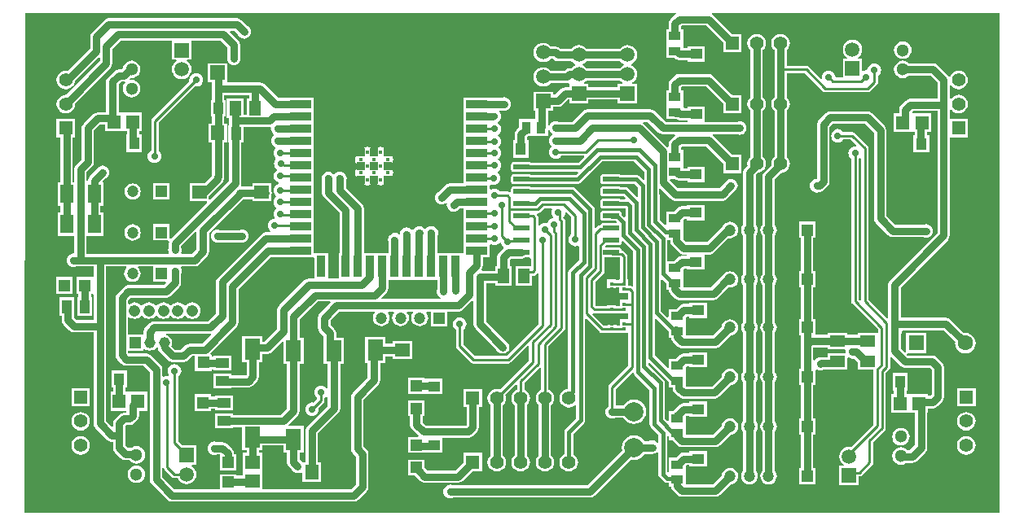
<source format=gtl>
%FSTAX23Y23*%
%MOIN*%
%SFA1B1*%

%IPPOS*%
%AMD44*
4,1,8,0.033500,-0.008900,0.033500,0.008900,0.031500,0.010800,-0.031500,0.010800,-0.033500,0.008900,-0.033500,-0.008900,-0.031500,-0.010800,0.031500,-0.010800,0.033500,-0.008900,0.0*
1,1,0.003898,0.031500,-0.008900*
1,1,0.003898,0.031500,0.008900*
1,1,0.003898,-0.031500,0.008900*
1,1,0.003898,-0.031500,-0.008900*
%
%ADD16C,0.015748*%
%ADD17C,0.010000*%
%ADD20R,0.035433X0.035433*%
%ADD21R,0.035433X0.088582*%
%ADD22R,0.088582X0.035433*%
%ADD23R,0.015748X0.014961*%
%ADD24R,0.053937X0.075197*%
%ADD25C,0.078740*%
%ADD26R,0.039370X0.049212*%
%ADD27R,0.051181X0.043307*%
%ADD28R,0.049689X0.037594*%
%ADD29R,0.059378X0.047500*%
%ADD30R,0.047500X0.059378*%
%ADD31R,0.043307X0.051181*%
%ADD32R,0.062992X0.085827*%
%ADD33R,0.062992X0.086614*%
%ADD34R,0.037594X0.049689*%
%ADD35R,0.053342X0.057563*%
%ADD36R,0.045275X0.045275*%
%ADD37R,0.061024X0.053150*%
%ADD38R,0.047244X0.047244*%
%ADD39R,0.059055X0.055118*%
%ADD40R,0.041339X0.057087*%
%ADD41R,0.043307X0.053150*%
%ADD42R,0.055118X0.059055*%
%ADD43R,0.047244X0.047244*%
G04~CAMADD=44~8~0.0~0.0~216.5~669.3~19.5~0.0~15~0.0~0.0~0.0~0.0~0~0.0~0.0~0.0~0.0~0~0.0~0.0~0.0~270.0~670.0~217.0*
%ADD44D44*%
%ADD45R,0.055441X0.039626*%
%ADD63C,0.047244*%
%ADD68C,0.055118*%
%ADD69R,0.055118X0.055118*%
%ADD72C,0.045275*%
%ADD73R,0.045275X0.045275*%
%ADD75R,0.055118X0.055118*%
%ADD78C,0.030000*%
%ADD79C,0.015748*%
%ADD80C,0.062992*%
%ADD81R,0.062992X0.062992*%
%ADD82C,0.059055*%
%ADD83R,0.059055X0.059055*%
%ADD84C,0.051181*%
%ADD85R,0.051181X0.051181*%
%ADD86C,0.047559*%
%ADD87C,0.137795*%
%ADD88C,0.027559*%
%LNpcb1-1*%
%LPD*%
G36*
X11791Y03425D02*
X07804D01*
X07801Y03428*
X07805Y05472*
X10467*
X10468Y05467*
X10462Y05463*
X10444Y05445*
X10439Y05437*
X10437Y05427*
Y05404*
X10427*
Y05348*
Y05343*
Y05342*
Y05286*
X10461*
X10462Y05285*
X1047Y05279*
X1048Y05277*
X10515*
Y05271*
X10586*
Y05334*
X10515*
Y05328*
X105*
X10497Y05332*
Y05347*
Y05348*
Y05404*
X10488*
Y05416*
X1049Y05419*
X1059*
X10661Y05349*
Y05348*
X10661Y05347*
X10661Y05346*
Y0531*
X10697*
X10698Y05309*
X107Y0531*
X10736*
Y05346*
X10736Y05347*
X10736Y05348*
Y05385*
X107*
X10698Y05385*
X10697Y05385*
X10697*
X10619Y05463*
X10612Y05467*
X10614Y05472*
X11791*
Y03425*
G37*
%LNpcb1-2*%
%LPC*%
G36*
X0867Y05449D02*
X08146D01*
X08136Y05447*
X08128Y05441*
X08077Y05391*
X08072Y05383*
X0807Y05373*
Y05325*
X07978Y05233*
X0797Y05234*
X0796Y05233*
X07951Y05229*
X07943Y05223*
X07937Y05215*
X07933Y05206*
X07932Y05196*
X07933Y05187*
X07937Y05177*
X07943Y0517*
X07951Y05164*
X0796Y0516*
X0797Y05158*
X0798Y0516*
X07989Y05164*
X07997Y0517*
X08003Y05177*
X08007Y05187*
X08007Y05191*
X08105Y05289*
X0811Y05287*
Y05274*
X07972Y05136*
X0797Y05136*
X0796Y05135*
X07951Y05131*
X07943Y05125*
X07937Y05117*
X07933Y05108*
X07932Y05098*
X07933Y05088*
X07937Y05079*
X07943Y05071*
X07951Y05065*
X0796Y05061*
X0797Y0506*
X0798Y05061*
X07989Y05065*
X07997Y05071*
X08003Y05079*
X08007Y05088*
X08008Y05098*
X08008Y051*
X08153Y05245*
X08159Y05254*
X08161Y05263*
Y05325*
X08194Y05358*
X08405*
Y0532*
X08405Y05318*
X08405Y05317*
Y05279*
X08421*
X08424Y05274*
X08424Y05274*
X08416Y05268*
X0841Y0526*
X08406Y0525*
X08405Y0524*
X08406Y05229*
X0841Y0522*
X08416Y05211*
X08424Y05205*
X08434Y05201*
X08444Y052*
X08455Y05201*
X08464Y05205*
X08473Y05211*
X08479Y0522*
X08483Y05229*
X08484Y0524*
X08483Y0525*
X08479Y0526*
X08473Y05268*
X08465Y05274*
X08465Y05274*
X08468Y05279*
X08484*
Y05317*
X08484Y05318*
X08484Y0532*
Y05358*
X08605*
X08632Y05331*
Y05295*
X08631Y05292*
X0863Y05285*
X08631Y05278*
X08634Y05271*
X08638Y05265*
X08644Y05261*
X08651Y05258*
X08658Y05257*
X08665Y05258*
X08672Y05261*
X08677Y05265*
X08682Y05271*
X08685Y05278*
X08686Y05285*
X08685Y05292*
X08683Y05295*
Y05342*
X08681Y05351*
X08676Y0536*
X08642Y05393*
X08644Y05398*
X0866*
X08675Y05383*
X08676Y05379*
X08681Y05374*
X08686Y05369*
X08693Y05366*
X087Y05365*
X08707Y05366*
X08714Y05369*
X0872Y05374*
X08724Y05379*
X08727Y05386*
X08728Y05393*
X08727Y054*
X08724Y05407*
X0872Y05413*
X08714Y05417*
X08711Y05419*
X08688Y05441*
X0868Y05447*
X0867Y05449*
G37*
G36*
X11395Y05354D02*
X11386Y05353D01*
X11377Y05349*
X1137Y05344*
X11364Y05336*
X1136Y05328*
X11359Y05318*
X1136Y05309*
X11364Y053*
X1137Y05293*
X11377Y05287*
X11386Y05284*
X11395Y05283*
X11404Y05284*
X11413Y05287*
X11421Y05293*
X11426Y053*
X1143Y05309*
X11431Y05318*
X1143Y05328*
X11426Y05336*
X11421Y05344*
X11413Y05349*
X11404Y05353*
X11395Y05354*
G37*
G36*
X09924Y05348D02*
X09914Y05347D01*
X09904Y05343*
X09896Y05337*
X09889Y05328*
X09885Y05319*
X09884Y05309*
X09885Y05298*
X09889Y05289*
X09896Y0528*
X09904Y05274*
X09914Y0527*
X09924Y05269*
X09934Y0527*
X09944Y05274*
X09952Y0528*
X09954Y05283*
X09963*
X09965Y05281*
X09973Y05275*
X09983Y05273*
X10039*
X10041Y05271*
X1005Y05264*
X10055Y05262*
Y05257*
X1005Y05255*
X10041Y05248*
X10039Y05245*
X10032*
X10022Y05244*
X10014Y05238*
X1001Y05234*
X09954*
X09952Y05237*
X09944Y05243*
X09934Y05247*
X09924Y05248*
X09914Y05247*
X09904Y05243*
X09896Y05237*
X09889Y05228*
X09885Y05219*
X09884Y05209*
X09885Y05198*
X09889Y05189*
X09896Y0518*
X09904Y05174*
X09914Y0517*
X09924Y05169*
X09934Y0517*
X09944Y05174*
X09952Y0518*
X09954Y05183*
X10021*
X10022Y05183*
X10027Y05184*
X1003Y0518*
Y05177*
Y05167*
X10013*
X10003Y05165*
X09995Y05159*
X09972Y05137*
X09963*
Y05148*
X09884*
Y05069*
X09892*
Y05041*
X09889Y05037*
X09884*
X09882*
X09826*
Y05004*
X09814Y04992*
X09809Y04984*
X09807Y04974*
Y04949*
X09801*
Y04878*
X09864*
Y04949*
X09858*
Y04963*
X09862Y04968*
X09882*
X09887*
X09889*
X09945*
Y0499*
X0995Y04991*
X09952Y04986*
X09956Y0498*
X0996Y04977*
X0996Y04976*
Y04972*
X0996Y04971*
X09956Y04968*
X09952Y04962*
X09949Y04956*
X09948Y04948*
X09949Y04941*
X09952Y04934*
X09956Y04929*
X09958Y04927*
Y04922*
X09956Y04921*
X09952Y04915*
X09949Y04908*
X09948Y04901*
X09949Y04894*
X09952Y04887*
X09956Y04881*
X09962Y04877*
X09969Y04874*
X09976Y04873*
X09983Y04874*
X0999Y04877*
X09996Y04881*
X09999Y04886*
X1009*
X10092Y04881*
X10069Y04858*
X09875*
X09872Y0486*
X09868Y04861*
X09805*
X098Y0486*
X09796Y04857*
X09793Y04853*
X09792Y04849*
Y04831*
X09793Y04826*
X09796Y04822*
X098Y0482*
X09805Y04819*
X09868*
X09872Y0482*
X09875Y04822*
X10066*
X10068Y04817*
X10059Y04808*
X09875*
X09872Y0481*
X09868Y04811*
X09805*
X098Y0481*
X09796Y04807*
X09793Y04803*
X09792Y04799*
Y04781*
X09793Y04776*
X09796Y04772*
X098Y0477*
X09805Y04769*
X09868*
X09872Y0477*
X09875Y04772*
X10066*
X10073Y04773*
X10079Y04777*
X10166Y04863*
X10295*
X10337Y04821*
Y04788*
X10333Y04786*
X10316Y04803*
X1031Y04807*
X10303Y04808*
X10303*
X10241*
X10238Y0481*
X10234Y04811*
X10171*
X10166Y0481*
X10162Y04807*
X10159Y04803*
X10159Y04799*
Y04781*
X10159Y04776*
X10162Y04772*
X10166Y0477*
X10171Y04769*
X10234*
X10238Y0477*
X10241Y04772*
X10295*
X10312Y04756*
Y0472*
X10307Y04718*
X10272Y04753*
X10266Y04757*
X10259Y04758*
X10241*
X10238Y0476*
X10234Y04761*
X10171*
X10166Y0476*
X10162Y04757*
X10159Y04753*
X10159Y04749*
Y04731*
X10159Y04726*
X10162Y04722*
X10166Y0472*
X10171Y04719*
X10234*
X10238Y0472*
X10241Y04722*
X10252*
X10261Y04713*
X10259Y04708*
X10241*
X10238Y0471*
X10234Y04711*
X10171*
X10166Y0471*
X10162Y04707*
X10159Y04703*
X10159Y04699*
Y04681*
X10159Y04676*
X10162Y04672*
X10166Y0467*
X10171Y04669*
X10234*
X10238Y0467*
X10241Y04672*
X1026*
Y04637*
X10256Y04635*
X10246Y04645*
Y04649*
X10245Y04653*
X10242Y04657*
X10238Y0466*
X10234Y04661*
X10171*
X10166Y0466*
X10162Y04657*
X10159Y04653*
X10159Y04649*
Y04631*
X10159Y04626*
X10162Y04622*
X10166Y0462*
X10171Y04619*
X10205*
X10205Y04619*
X1022*
X10223Y04615*
X10221Y04611*
X10171*
X10166Y0461*
X10162Y04607*
X10159Y04603*
X10159Y04601*
X10157*
X10151Y046*
X10146Y04597*
X10139Y04589*
X10134Y04591*
Y04666*
X10133Y04673*
X10129Y04679*
X10055Y04753*
X10049Y04757*
X10042Y04758*
X09875*
X09872Y0476*
X09868Y04761*
X09805*
X098Y0476*
X09796Y04757*
X09793Y04753*
X09792Y04749*
Y04737*
X09789Y04736*
X09787Y04735*
X09783Y04738*
X09777Y04739*
X09747*
X09744Y04744*
X09738Y04748*
X09731Y04751*
X09724Y04752*
X09717Y04751*
X0971Y04748*
X0971Y04748*
X09705Y0475*
Y04765*
X0971Y04768*
X09714Y04767*
X09721Y04766*
X09728Y04767*
X09735Y0477*
X0974Y04774*
X09745Y0478*
X09748Y04786*
X09749Y04794*
X09748Y04801*
X09745Y04808*
X0974Y04813*
X09737Y04816*
X09738Y04822*
X09738Y04822*
X09744Y04826*
X09748Y04832*
X09751Y04839*
X09752Y04846*
X09751Y04853*
X09748Y0486*
X09744Y04866*
X0974Y04869*
X09739Y04869*
Y04874*
X0974Y04875*
X09744Y04877*
X09748Y04883*
X09751Y0489*
X09752Y04897*
X09751Y04904*
X09748Y04911*
X09744Y04917*
X09742Y04918*
Y04923*
X09744Y04925*
X09748Y0493*
X09751Y04937*
X09752Y04944*
X09751Y04952*
X09748Y04958*
X09744Y04964*
X0974Y04967*
X09739Y04968*
Y04972*
X0974Y04973*
X09744Y04976*
X09748Y04982*
X09751Y04988*
X09752Y04996*
X09751Y05003*
X09748Y05009*
X09744Y05015*
X09739Y05019*
X09739Y0502*
Y05023*
X09739Y05024*
X09744Y05028*
X09748Y05034*
X09751Y0504*
X09752Y05048*
X09751Y05055*
X09748Y05061*
X09744Y05067*
X09744Y05068*
X09745Y05072*
X09754*
X09756Y05071*
X09763Y0507*
X0977Y05071*
X09777Y05074*
X09783Y05078*
X09787Y05084*
X0979Y05091*
X09791Y05098*
X0979Y05105*
X09787Y05112*
X09783Y05118*
X09777Y05122*
X0977Y05125*
X09763Y05126*
X09756Y05125*
X09752Y05123*
X09705*
Y05125*
X09597*
Y0507*
Y0502*
Y0497*
Y0492*
Y0487*
Y0482*
Y04773*
X09541*
X09531Y04771*
X09523Y04766*
X09497Y0474*
X09493Y04738*
X09488Y04734*
X09483Y04728*
X09481Y04721*
X0948Y04714*
X09481Y04707*
X09483Y047*
X09488Y04694*
X09493Y0469*
X095Y04687*
X09507Y04686*
X09515Y04687*
X09521Y0469*
X09525Y04693*
X0953Y0469*
X09529Y04685*
X0953Y04677*
X09533Y04671*
X09537Y04665*
X09543Y0466*
X09549Y04658*
X09557Y04657*
X09564Y04658*
X0957Y0466*
X09576Y04665*
X09581Y04671*
X09581Y04672*
X09597*
Y0462*
Y0457*
Y0452*
Y04491*
X09594Y04487*
X09491*
Y04559*
X09493Y04563*
X09494Y0457*
X09493Y04578*
X0949Y04584*
X09486Y0459*
X0948Y04594*
X09473Y04597*
X09466Y04598*
X09459Y04597*
X09452Y04594*
X09446Y0459*
X09444Y04587*
X09438*
X09436Y0459*
X0943Y04594*
X09424Y04597*
X09417Y04598*
X09409Y04597*
X09403Y04594*
X09397Y0459*
X09392Y04584*
X09392Y04583*
X09386Y04582*
X09385Y04585*
X09379Y04589*
X09372Y04592*
X09365Y04593*
X09358Y04592*
X09351Y04589*
X09345Y04585*
X09341Y04579*
X09338Y04572*
X09338Y04567*
X09333Y04565*
X09332Y04565*
X0933Y04566*
X09324Y04569*
X09316Y0457*
X09309Y04569*
X09303Y04566*
X09297Y04562*
X09292Y04556*
X0929Y04549*
X09289Y04542*
X0929Y04535*
X0929Y04533*
Y04487*
X09191*
Y04669*
X09189Y04679*
X09184Y04687*
X09118Y04754*
Y04783*
X09119Y04787*
X0912Y04794*
X09119Y04801*
X09116Y04808*
X09112Y04813*
X09106Y04818*
X09099Y04821*
X09092Y04822*
X09085Y04821*
X09078Y04818*
X09072Y04813*
X09071Y04811*
X09066*
X09064Y04812*
X09059Y04817*
X09052Y0482*
X09045Y04821*
X09038Y0482*
X09031Y04817*
X09025Y04812*
X09021Y04807*
X09018Y048*
X09017Y04793*
X09018Y04786*
X09019Y04782*
Y04734*
X09021Y04724*
X09027Y04716*
X0909Y04652*
Y04487*
X09088*
Y04383*
X09044*
Y04487*
X08991*
X08988*
X08986Y04491*
Y04519*
Y04569*
Y04619*
Y04669*
Y04719*
Y04769*
Y04819*
Y04869*
Y04919*
Y04969*
Y05019*
Y05069*
Y05125*
X08877*
Y05123*
X0884*
X08784Y05179*
X08775Y05184*
X08766Y05186*
X08636*
X08632Y05186*
Y05265*
X08552*
Y05186*
X08568*
Y05161*
Y05115*
X08564*
Y05046*
X08568*
Y05018*
X08554*
Y04939*
X08568*
Y04809*
X08567Y04802*
X08539Y04774*
X08477*
Y04699*
X08547*
X08549Y04694*
X084Y04546*
X08395Y04548*
Y04571*
X08395Y04572*
X08395Y04573*
Y04606*
X08363*
X08362Y04606*
X08361Y04606*
X08328*
Y04573*
X08328Y04572*
X08328Y04571*
Y04539*
X08361*
X08362Y04539*
X08363Y04539*
X08389*
X08393Y04534*
X08391Y04527*
Y04511*
X0839Y04508*
X08389Y04501*
X0839Y04494*
X08392Y04489*
X0839Y04484*
X08056*
Y04558*
X08124*
Y04653*
X08112*
Y04682*
X08124*
Y04777*
X08123*
X08121Y04782*
X08132Y04793*
X08135Y04794*
X08141Y04799*
X08146Y04805*
X08148Y04811*
X08149Y04818*
X08148Y04826*
X08146Y04832*
X08141Y04838*
X08135Y04842*
X08129Y04845*
X08122Y04846*
X08114Y04845*
X08108Y04842*
X08102Y04838*
X08097Y04832*
X08096Y04829*
X08069Y04802*
X08063Y04794*
X08061Y04784*
X08056Y04784*
Y04822*
X08079Y04844*
X08084Y04852*
X08086Y04862*
Y04989*
X0811Y05013*
X08132*
Y04986*
X08204*
X08209*
X0821*
X0822*
Y04973*
X08218*
Y04902*
X08281*
Y04973*
X08271*
Y04986*
X08282*
Y05064*
X0821*
X08205*
X08204*
X08187*
Y05179*
X08197Y05189*
X08209*
X0821Y05189*
X08213Y05185*
X08209Y05179*
X08205Y0517*
X08204Y05161*
X08205Y05152*
X08209Y05143*
X08214Y05136*
X08222Y0513*
X0823Y05126*
X0824Y05125*
X08249Y05126*
X08258Y0513*
X08265Y05136*
X08271Y05143*
X08274Y05152*
X08276Y05161*
X08274Y0517*
X08271Y05179*
X08265Y05186*
X08258Y05192*
X08249Y05196*
X0824Y05197*
X08233Y05196*
X08231Y05201*
X08235Y05204*
X0824Y05204*
X08249Y05205*
X08258Y05209*
X08265Y05214*
X08271Y05222*
X08274Y0523*
X08276Y0524*
X08274Y05249*
X08271Y05258*
X08265Y05265*
X08258Y05271*
X08249Y05274*
X0824Y05276*
X0823Y05274*
X08222Y05271*
X08214Y05265*
X08209Y05258*
X08205Y05249*
X08205Y05246*
X08198Y0524*
X08187*
X08177Y05238*
X08169Y05232*
X08143Y05207*
X08138Y05199*
X08136Y05189*
Y05064*
X081*
X0809Y05062*
X08082Y05057*
X08043Y05018*
X08037Y05009*
X08035Y05*
Y04872*
X08013Y0485*
X08007Y04842*
X08006Y04832*
Y04777*
X07998*
Y04962*
X08008*
Y04998*
X08008Y05*
X08008Y05001*
Y05037*
X07971*
X0797Y05037*
X07969Y05037*
X07932*
Y05001*
X07932Y05*
X07932Y04998*
Y04962*
X07947*
Y04777*
X07938*
Y04682*
X07947*
Y04653*
X07938*
Y04558*
X08006*
Y04489*
X08002Y04486*
X08001Y04486*
X07994Y04485*
X07988Y04482*
X07982Y04478*
X07977Y04472*
X07975Y04465*
X07974Y04458*
X07975Y04451*
X07977Y04444*
X07982Y04439*
X07988Y04434*
X07994Y04431*
X08001Y0443*
X08009Y04431*
X08012Y04433*
X08084*
Y04392*
X08081Y04389*
X08079*
X08014*
Y04321*
X08022*
Y04306*
X08017*
Y04229*
X08078*
Y04306*
X08073*
Y04318*
X08076Y04321*
X08081Y04321*
X08084Y04318*
Y04214*
X08014*
X08005Y04223*
Y04229*
X08005*
Y04306*
X07944*
Y04229*
X07954*
Y04213*
X07956Y04203*
X07961Y04195*
X07985Y0417*
X07994Y04165*
X08003Y04163*
X08084*
Y03789*
X08086Y03779*
X08092Y03771*
X08141Y03722*
X08149Y03716*
X08159Y03714*
X08163*
Y0369*
X08165Y03681*
X0817Y03672*
X08196Y03647*
X08204Y03641*
X08214Y03639*
X08231*
X08234Y03636*
X08241Y0363*
X0825Y03626*
X08259Y03625*
X08269Y03626*
X08277Y0363*
X08285Y03636*
X0829Y03643*
X08294Y03652*
X08295Y03661*
X08294Y0367*
X0829Y03679*
X08285Y03686*
X08277Y03692*
X08269Y03696*
X08259Y03697*
X0825Y03696*
X08241Y03692*
X08239Y0369*
X08225*
X08214Y03701*
Y0374*
Y03778*
X08219Y03783*
X08231*
X08241Y03785*
X08249Y03791*
X08262Y03803*
X08268Y03812*
X0827Y03821*
Y03842*
X08303*
Y03919*
X08231*
X0823*
X08226*
X08215*
Y03936*
X0822*
Y04008*
X08157*
Y03936*
X08164*
Y03919*
X08153*
Y03842*
X08219*
Y03834*
X08208*
X08198Y03832*
X0819Y03827*
X0817Y03807*
X08165Y03799*
X08163Y03789*
Y03778*
X08158Y03776*
X08135Y03799*
Y04188*
Y04433*
X08218*
X08219Y04428*
X08219Y04427*
X08213Y0442*
X0821Y04412*
X08209Y04403*
X0821Y04394*
X08213Y04386*
X08219Y04379*
X08226Y04374*
X08234Y0437*
X08243Y04369*
X08251Y0437*
X0826Y04374*
X08267Y04379*
X08272Y04386*
X08275Y04394*
X08277Y04403*
X08275Y04412*
X08272Y0442*
X08267Y04427*
X08266Y04428*
X08267Y04433*
X08327*
Y04404*
X08327Y04403*
X08327Y04402*
Y04369*
X0836*
X08361Y04369*
X08362Y04369*
X08378*
X0838Y04365*
X08371Y04356*
X08226*
X08216Y04354*
X08208Y04348*
X08182Y04322*
X08176Y04314*
X08174Y04304*
Y04069*
X08176Y04059*
X08182Y04051*
X08199Y04034*
X08208Y04028*
X08217Y04026*
X08289*
X08314Y04001*
Y03561*
X08316Y03551*
X08322Y03543*
X08387Y03477*
X08395Y03472*
X08405Y0347*
X09149*
X09159Y03472*
X09167Y03477*
X09202Y03512*
X09207Y0352*
X09209Y0353*
Y03665*
X09207Y03675*
X09202Y03683*
X09188Y03696*
Y03887*
X0925Y03948*
X09255Y03956*
X09257Y03966*
Y04037*
X09279*
Y04065*
X09308*
Y04053*
X09387*
Y04128*
X09308*
Y04116*
X09279*
Y04144*
X09196*
Y04037*
X09206*
Y03977*
X09145Y03915*
X09139Y03907*
X09137Y03897*
Y03686*
X09139Y03676*
X09145Y03668*
X09158Y03654*
Y03541*
X09138Y03521*
X08776*
Y0359*
Y03592*
Y03595*
Y03597*
Y03669*
X08761*
Y0368*
X08774*
Y037*
X0886*
Y03672*
X08876*
Y03631*
X08878Y03621*
X08884Y03613*
X08893Y03603*
X08895Y036*
X08899Y03594*
X08905Y0359*
X08912Y03587*
X08919Y03586*
X08926Y03587*
X08933Y0359*
X08934Y03591*
X08939Y03588*
Y03552*
X09014*
Y03632*
X09002*
Y0375*
X09086Y03833*
X09091Y03841*
X09093Y03851*
Y04033*
X09109*
Y0414*
X09077*
Y04159*
X09075Y04168*
X09069Y04177*
X09053Y04193*
Y04212*
X09089Y04248*
X09233*
X09235Y04243*
X09232Y04239*
X09229Y04231*
X09227Y04222*
X09229Y04213*
X09232Y04205*
X09237Y04198*
X09244Y04193*
X09253Y04189*
X09261Y04188*
X0927Y04189*
X09278Y04193*
X09285Y04198*
X09291Y04205*
X09294Y04213*
X09295Y04222*
X09294Y04231*
X09291Y04239*
X09287Y04243*
X0929Y04248*
X09311*
X09314Y04243*
X09311Y04239*
X09307Y04231*
X09306Y04222*
X09307Y04213*
X09311Y04205*
X09316Y04198*
X09323Y04193*
X09331Y04189*
X0934Y04188*
X09349Y04189*
X09357Y04193*
X09364Y04198*
X09369Y04205*
X09373Y04213*
X09374Y04222*
X09373Y04231*
X09369Y04239*
X09366Y04243*
X09369Y04248*
X0939*
X09393Y04243*
X09389Y04239*
X09386Y04231*
X09385Y04222*
X09386Y04213*
X09389Y04205*
X09395Y04198*
X09402Y04193*
X0941Y04189*
X09419Y04188*
X09428Y04189*
X09436Y04193*
X09443Y04198*
X09448Y04205*
X09452Y04213*
X09453Y04222*
X09452Y04231*
X09448Y04239*
X09445Y04243*
X09447Y04248*
X09464*
Y04223*
X09464Y04222*
X09464Y04221*
Y04188*
X09497*
X09498Y04188*
X09499Y04188*
X09531*
Y04221*
X09531Y04222*
X09531Y04223*
Y04248*
X09578*
X09588Y0425*
X09596Y04256*
X09635Y04294*
X09639Y04292*
Y04196*
X09641Y04187*
X09647Y04178*
X0973Y04095*
X09732Y0409*
X09737Y04084*
X09742Y0408*
X09749Y04077*
X09756Y04076*
X09759Y04076*
X09759Y04076*
X0976Y04077*
X09764Y04077*
X09765Y04077*
X09769Y04078*
X09777Y04084*
X09783Y04092*
X09785Y04102*
X09784Y04108*
X09783Y04111*
X0978Y04118*
X09776Y04123*
X0977Y04128*
X09769Y04129*
X0969Y04207*
Y04364*
X09728*
Y04354*
X09796*
Y04433*
X09787*
Y04461*
X09791Y04464*
X09836*
X09846Y04466*
X0985Y04469*
X09868*
X09868Y04469*
X09873Y04465*
Y04433*
X09811*
Y04354*
X09878*
Y04394*
X09881*
X09887Y04395*
X09892Y04398*
X09899Y04405*
X099Y04407*
X09905Y04406*
Y04198*
X09774Y04066*
X09645*
X09597Y04113*
Y04173*
X09602Y04177*
X09606Y04182*
X09609Y04189*
X0961Y04196*
X09609Y04204*
X09606Y0421*
X09602Y04216*
X09596Y0422*
X09589Y04223*
X09582Y04224*
X09575Y04223*
X09568Y0422*
X09563Y04216*
X09558Y0421*
X09555Y04204*
X09554Y04196*
X09555Y04189*
X09558Y04182*
X09563Y04177*
X09567Y04173*
Y04107*
X09568Y04101*
X09571Y04096*
X09627Y0404*
X09632Y04037*
X09638Y04035*
X0978*
X09786Y04037*
X09791Y0404*
X09861Y0411*
X09866Y04108*
Y04047*
X09747Y03928*
X09744Y0393*
X09734Y03931*
X09724Y0393*
X09715Y03926*
X09707Y0392*
X09701Y03912*
X09697Y03903*
X09696Y03893*
X09697Y03883*
X09701Y03874*
X09707Y03866*
X09708Y03865*
Y03659*
X09707Y03658*
X09701Y0365*
X09697Y03641*
X09696Y03631*
X09697Y03622*
X09701Y03612*
X09707Y03605*
X09715Y03599*
X09724Y03595*
X09734Y03594*
X09744Y03595*
X09753Y03599*
X09761Y03605*
X09767Y03612*
X0977Y03622*
X09772Y03631*
X0977Y03641*
X09767Y0365*
X09761Y03658*
X09759Y03659*
Y03865*
X09761Y03866*
X09767Y03874*
X0977Y03883*
X09772Y03893*
X0977Y03903*
X09769Y03907*
X09812Y0395*
X09817Y03948*
Y03928*
X09813Y03926*
X09805Y0392*
X09799Y03912*
X09796Y03903*
X09794Y03893*
X09796Y03883*
X09799Y03874*
X09805Y03866*
X09807Y03865*
Y03659*
X09805Y03658*
X09799Y0365*
X09796Y03641*
X09794Y03631*
X09796Y03622*
X09799Y03612*
X09805Y03605*
X09813Y03599*
X09822Y03595*
X09832Y03594*
X09842Y03595*
X09851Y03599*
X09859Y03605*
X09865Y03612*
X09869Y03622*
X0987Y03631*
X09869Y03641*
X09865Y0365*
X09859Y03658*
X09858Y03659*
Y03865*
X09859Y03866*
X09865Y03874*
X09869Y03883*
X0987Y03893*
X09869Y03903*
X09865Y03912*
X09859Y0392*
X09851Y03926*
X09847Y03928*
Y03957*
X0991Y0402*
X09915Y04018*
Y03928*
X09912Y03926*
X09904Y0392*
X09898Y03912*
X09894Y03903*
X09893Y03893*
X09894Y03883*
X09898Y03874*
X09904Y03866*
X09905Y03865*
Y03659*
X09904Y03658*
X09898Y0365*
X09894Y03641*
X09893Y03631*
X09894Y03622*
X09898Y03612*
X09904Y03605*
X09912Y03599*
X09921Y03595*
X09931Y03594*
X0994Y03595*
X0995Y03599*
X09957Y03605*
X09963Y03612*
X09967Y03622*
X09968Y03631*
X09967Y03641*
X09963Y0365*
X09957Y03658*
X09956Y03659*
Y03865*
X09957Y03866*
X09963Y03874*
X09967Y03883*
X09968Y03893*
X09967Y03903*
X09963Y03912*
X09957Y0392*
X0995Y03926*
X09946Y03928*
Y04107*
X1001Y04171*
X10013Y04176*
X10015Y04182*
Y04617*
X10013Y04623*
X1001Y04628*
X10008Y0463*
X10006Y04634*
X1001Y0464*
X10013Y04647*
X10014Y04653*
X10018Y04656*
X10039Y04635*
Y04566*
X10035Y04562*
X10031Y04557*
X10028Y0455*
X10027Y04543*
X10028Y04535*
X10031Y04529*
X10035Y04523*
X10041Y04519*
X10047Y04516*
X10055Y04515*
X10062Y04516*
X10067Y04518*
X10072Y04515*
Y0446*
X10031Y04419*
X10027Y04413*
X10026Y04406*
X10026*
Y03931*
X10019Y0393*
X1001Y03926*
X10002Y0392*
X09996Y03912*
X09992Y03903*
X09991Y03893*
X09992Y03883*
X09996Y03874*
X10002Y03866*
X1001Y0386*
X10019Y03857*
X10029Y03855*
X10039Y03857*
X10048Y0386*
X10054Y03865*
X10059Y03863*
Y03811*
X10016Y03768*
X10012Y03762*
X10011Y03755*
Y03664*
X1001Y03664*
X10002Y03658*
X09996Y0365*
X09992Y03641*
X09991Y03631*
X09992Y03622*
X09996Y03612*
X10002Y03605*
X1001Y03599*
X10019Y03595*
X10029Y03594*
X10039Y03595*
X10048Y03599*
X10056Y03605*
X10062Y03612*
X10066Y03622*
X10067Y03631*
X10066Y03641*
X10062Y0365*
X10056Y03658*
X10048Y03664*
X10047Y03664*
Y03748*
X1009Y03791*
X10094Y03797*
X10096Y03803*
Y04218*
X101Y0422*
X10155Y04165*
X10159Y04162*
X10165Y04161*
X10188*
Y04159*
X10224*
Y04161*
X10238*
Y04159*
X10272*
Y04026*
X10195Y03949*
X10192Y03944*
X10191Y03938*
Y03861*
X10187Y03858*
X10182Y03852*
X10179Y03845*
X10178Y03838*
X10179Y03831*
X10182Y03824*
X10187Y03818*
X10192Y03814*
X10199Y03811*
X10206Y0381*
X10213Y03811*
X10217Y03813*
X10252*
X1026Y03803*
X1027Y03795*
X10282Y0379*
X10295Y03788*
X10308Y0379*
X1032Y03795*
X1033Y03803*
X10338Y03813*
X10343Y03825*
X10345Y03838*
X10343Y03851*
X10338Y03863*
X1033Y03873*
X1032Y03881*
X10308Y03886*
X10295Y03888*
X10282Y03886*
X1027Y03881*
X1026Y03873*
X10252Y03864*
X10221*
Y03932*
X10287Y03998*
X10293Y03996*
X10294Y03993*
X10298Y03987*
X10359Y03925*
Y03787*
X1036Y0378*
X10364Y03774*
X10395Y03744*
Y03713*
X1039Y03712*
X10389Y03712*
X10383Y03716*
X10377Y03719*
X1037Y0372*
X10362Y03719*
X10356Y03716*
X10355Y03716*
X10337*
X1033Y03726*
X1032Y03734*
X10308Y03739*
X10295Y0374*
X10282Y03739*
X1027Y03734*
X1026Y03726*
X10252Y03715*
X10247Y03703*
X10245Y0369*
X10247Y03678*
X10105Y03537*
X09553*
X0955Y03538*
X09543Y03539*
X09536Y03538*
X09529Y03535*
X09523Y03531*
X09519Y03525*
X09516Y03519*
X09515Y03511*
X09516Y03504*
X09519Y03497*
X09523Y03492*
X09529Y03487*
X09536Y03484*
X09543Y03484*
X0955Y03484*
X09553Y03486*
X10116*
X10125Y03488*
X10134Y03493*
X10283Y03642*
X10295Y03641*
X10308Y03642*
X1032Y03647*
X1033Y03655*
X10337Y03665*
X10367*
X1037Y03665*
X10377Y03666*
X10383Y03668*
X10389Y03673*
X1039Y03673*
X10395Y03672*
Y03582*
X10396Y03575*
X104Y03569*
X10418Y03552*
X10424Y03548*
X10431Y03546*
X10437*
Y03531*
X10447*
X10448Y03525*
X10454Y03517*
X10474Y03497*
X10482Y03492*
X10492Y0349*
X10629*
X10639Y03492*
X10647Y03497*
X10691Y03541*
X10697Y03542*
X10705Y03545*
X10712Y0355*
X10718Y03557*
X10721Y03566*
X10722Y03574*
X10721Y03583*
X10718Y03591*
X10712Y03598*
X10705Y03604*
X10697Y03607*
X10688Y03608*
X1068Y03607*
X10672Y03604*
X10664Y03598*
X10659Y03591*
X10656Y03583*
X10655Y03577*
X10619Y03541*
X10507*
Y03587*
Y03592*
Y03594*
Y03617*
X1051Y0362*
X10522*
Y03614*
X10593*
Y03677*
X10522*
Y03671*
X10499*
X1049Y03669*
X10481Y03663*
X10468Y0365*
X10437*
Y03592*
X10435Y03591*
X10431Y03593*
Y03738*
X10436Y03741*
X10437Y0374*
Y03721*
X10453*
X10454Y0372*
X10474Y037*
X10482Y03694*
X10492Y03693*
X10629*
X10639Y03694*
X10647Y037*
X10691Y03743*
X10697Y03744*
X10705Y03748*
X10712Y03753*
X10718Y0376*
X10721Y03768*
X10722Y03777*
X10721Y03786*
X10718Y03794*
X10712Y03801*
X10705Y03806*
X10697Y0381*
X10688Y03811*
X1068Y0381*
X10672Y03806*
X10664Y03801*
X10659Y03794*
X10656Y03786*
X10655Y0378*
X10619Y03743*
X10507*
Y03777*
Y03779*
Y03782*
Y03819*
X1051Y03822*
X10522*
Y03816*
X10593*
Y0388*
X10522*
Y03873*
X10499*
X1049Y03871*
X10481Y03866*
X10464Y03848*
X10463Y03847*
X10462Y03847*
X10454Y03842*
X10453Y0384*
X10437*
Y03802*
X10432Y038*
X10421Y03811*
Y03956*
X1042Y03963*
X10416Y03969*
X10354Y04031*
Y04036*
X10359Y04038*
X10437Y0396*
Y03936*
X10454*
Y03934*
X10455Y03925*
X10461Y03916*
X10479Y03899*
X10487Y03893*
X10497Y03891*
X10625*
X10635Y03893*
X10644Y03899*
X10691Y03946*
X10697Y03947*
X10705Y0395*
X10712Y03956*
X10718Y03963*
X10721Y03971*
X10722Y0398*
X10721Y03989*
X10718Y03997*
X10712Y04004*
X10705Y04009*
X10697Y04013*
X10688Y04014*
X1068Y04013*
X10672Y04009*
X10664Y04004*
X10659Y03997*
X10656Y03989*
X10655Y03982*
X10615Y03942*
X10507*
X10507Y03943*
Y03993*
Y03994*
Y03998*
Y04022*
X1051Y04025*
X10522*
Y04019*
X10593*
Y04082*
X10522*
Y04076*
X10499*
X1049Y04074*
X10481Y04069*
X10468Y04055*
X10437*
Y04018*
X10432Y04017*
X1038Y04069*
Y04218*
X10385Y0422*
X10437Y04168*
Y04139*
X10447*
X10448Y04133*
X10454Y04125*
X10474Y04105*
X10482Y041*
X10492Y04098*
X10629*
X10639Y041*
X10647Y04105*
X10691Y04149*
X10697Y0415*
X10705Y04153*
X10712Y04159*
X10718Y04166*
X10721Y04174*
X10722Y04183*
X10721Y04191*
X10718Y042*
X10712Y04207*
X10705Y04212*
X10697Y04215*
X10688Y04216*
X1068Y04215*
X10672Y04212*
X10664Y04207*
X10659Y042*
X10656Y04191*
X10655Y04185*
X10619Y04149*
X10507*
Y04195*
Y04197*
Y042*
Y04225*
X1051Y04228*
X10522*
Y04222*
X10593*
Y04285*
X10522*
Y04279*
X10499*
X1049Y04277*
X10481Y04271*
X10468Y04258*
X10437*
Y04226*
X10432Y04224*
X10406Y0425*
Y04378*
X10411Y0438*
X10427Y04364*
Y04336*
X10437*
X10439Y0433*
X10444Y04322*
X10464Y04302*
X10472Y04297*
X10482Y04295*
X1062*
X10629Y04297*
X10638Y04302*
X10682Y04346*
X10688Y04346*
X10697Y04347*
X10705Y0435*
X10712Y04355*
X10718Y04362*
X10721Y04371*
X10722Y04379*
X10721Y04388*
X10718Y04396*
X10712Y04403*
X10705Y04409*
X10697Y04412*
X10688Y04413*
X1068Y04412*
X10672Y04409*
X10664Y04403*
X10659Y04396*
X10659Y04396*
X10609Y04346*
X10497*
Y04392*
Y04394*
Y04397*
Y04422*
X105Y04425*
X10512*
Y04419*
X10583*
Y04482*
X10604*
X10614Y04484*
X10622Y04489*
X10682Y04549*
X10688Y04548*
X10697Y04549*
X10705Y04553*
X10712Y04558*
X10718Y04565*
X10721Y04573*
X10722Y04582*
X10721Y04591*
X10718Y04599*
X10712Y04606*
X10705Y04612*
X10697Y04615*
X10688Y04616*
X1068Y04615*
X10672Y04612*
X10664Y04606*
X10659Y04599*
X10659Y04598*
X10593Y04533*
X10508*
X10497Y04544*
Y04595*
Y046*
Y04601*
Y04624*
X105Y04628*
X10512*
Y04621*
X10583*
Y04685*
X10512*
Y04679*
X1049*
X1048Y04677*
X10471Y04671*
X10458Y04658*
X10427*
Y04605*
X10422Y04603*
X104Y04625*
Y04727*
X10399Y04728*
Y0475*
X10404Y04752*
X10446Y0471*
X10454Y04704*
X10464Y04702*
X10657*
X10667Y04704*
X10675Y0471*
X10703Y04738*
X10706Y04739*
X10712Y04744*
X10716Y04749*
X10719Y04756*
X1072Y04763*
X10719Y0477*
X10716Y04777*
X10712Y04783*
X10706Y04787*
X107Y0479*
X10692Y04791*
X10685Y0479*
X10679Y04787*
X10673Y04783*
X10668Y04777*
X10667Y04774*
X10646Y04753*
X10475*
X10441Y04787*
X10444Y04792*
X10461*
X10461Y04791*
X1047Y04786*
X10479Y04784*
X10514*
Y04777*
X10585*
Y04841*
X10514*
Y04835*
X10497*
Y04849*
Y04853*
Y0491*
X10488*
Y04922*
X1049Y04925*
X1059*
X10661Y04854*
Y04854*
X10661Y04853*
X10661Y04852*
Y04815*
X10697*
X10698Y04815*
X107Y04815*
X10736*
Y04852*
X10736Y04853*
X10736Y04854*
Y0489*
X107*
X10698Y04891*
X10697Y0489*
X10697*
X10619Y04968*
X10618Y04969*
X10619Y04974*
X10717*
X10721Y04973*
X10728Y04972*
X10735Y04973*
X10742Y04975*
X10748Y0498*
X10752Y04986*
X10755Y04992*
X10756Y05*
X10755Y05007*
X10752Y05013*
X10748Y05019*
X10742Y05024*
X10735Y05026*
X10728Y05027*
X10721Y05026*
X10717Y05025*
X10586*
Y05088*
X10515*
Y05082*
X105*
X10497Y05086*
Y05098*
Y05099*
Y05155*
X10488*
Y05167*
X1049Y0517*
X1059*
X10661Y05099*
Y05099*
X10661Y05098*
X10661Y05097*
Y0506*
X10697*
X10698Y0506*
X107Y0506*
X10736*
Y05097*
X10736Y05098*
X10736Y05099*
Y05135*
X107*
X10698Y05136*
X10697Y05135*
X10697*
X10619Y05213*
X10611Y05219*
X10601Y05221*
X1048*
X1047Y05219*
X10462Y05213*
X10444Y05196*
X10439Y05188*
X10437Y05178*
Y05155*
X10427*
Y05099*
Y05094*
Y05093*
Y05037*
X10463*
X10466Y05036*
X1047*
X10475Y05033*
X10485Y05031*
X10515*
Y05025*
X10423*
X1038Y05069*
X10371Y05074*
X10362Y05076*
X10106*
X10096Y05074*
X10088Y05069*
X10044Y05025*
X09986*
X09983Y05026*
X09976Y05027*
X09969Y05026*
X09962Y05024*
X09956Y05019*
X09952Y05013*
X0995Y05008*
X09945Y05009*
Y05037*
X09943*
Y05069*
X09963*
Y05086*
X09983*
X09993Y05088*
X10001Y05094*
X10023Y05116*
X1003*
Y05102*
X10068*
X1007Y05102*
X10071Y05102*
X10109*
Y05116*
X10229*
Y05102*
X10267*
X10268Y05102*
X1027Y05102*
X10308*
Y0514*
X10308Y05141*
X10308Y05143*
Y05181*
X10292*
X10289Y05185*
X10289Y05186*
X10297Y05192*
X10303Y052*
X10307Y0521*
X10308Y0522*
X10307Y0523*
X10303Y0524*
X10297Y05248*
X10288Y05255*
X10283Y05257*
Y05262*
X10288Y05264*
X10297Y05271*
X10303Y05279*
X10307Y05288*
X10308Y05299*
X10307Y05309*
X10303Y05319*
X10297Y05327*
X10288Y05333*
X10279Y05337*
X10268Y05339*
X10258Y05337*
X10249Y05333*
X1024Y05327*
X10238Y05324*
X101*
X10098Y05327*
X1009Y05333*
X1008Y05337*
X1007Y05339*
X10059Y05337*
X1005Y05333*
X10041Y05327*
X10039Y05324*
X09994*
X09991Y05327*
X09983Y05332*
X09973Y05334*
X09954*
X09952Y05337*
X09944Y05343*
X09934Y05347*
X09924Y05348*
G37*
G36*
X08503Y05224D02*
X08496Y05223D01*
X0849Y0522*
X08484Y05216*
X08479Y0521*
X08477Y05204*
X08476Y05196*
X08476Y05191*
X08325Y05039*
X08321Y05034*
X0832Y05028*
Y04909*
X08319Y04908*
X08313Y04904*
X08309Y04898*
X08306Y04892*
X08305Y04884*
X08306Y04877*
X08309Y0487*
X08313Y04865*
X08319Y0486*
X08326Y04858*
X08333Y04857*
X0834Y04858*
X08347Y0486*
X08353Y04865*
X08357Y0487*
X0836Y04877*
X08361Y04884*
X0836Y04892*
X08357Y04898*
X08353Y04904*
X08351Y04906*
Y05022*
X08498Y05169*
X08503Y05169*
X08511Y0517*
X08517Y05172*
X08523Y05177*
X08528Y05182*
X0853Y05189*
X08531Y05196*
X0853Y05204*
X08528Y0521*
X08523Y05216*
X08517Y0522*
X08511Y05223*
X08503Y05224*
G37*
G36*
X11395Y05276D02*
X11386Y05274D01*
X11377Y05271*
X1137Y05265*
X11364Y05258*
X1136Y05249*
X11359Y0524*
X1136Y0523*
X11364Y05222*
X1137Y05214*
X11377Y05209*
X11386Y05205*
X11395Y05204*
X11404Y05205*
X11413Y05209*
X1142Y05214*
X11509*
X11537Y05186*
Y05119*
X11425*
X11415Y05118*
X11407Y05112*
X11388Y05093*
X11382Y05085*
X1138Y05075*
Y05061*
X11359*
Y04983*
X11431*
X11436*
X11438*
X11444*
Y0497*
X11439*
Y04899*
X11503*
Y0497*
X11495*
Y04983*
X1151*
Y05061*
X11436*
X11434Y05066*
X11437Y05069*
X11537*
Y04569*
X11344Y04376*
X11338Y04368*
X11336Y04358*
Y04222*
X11332Y04221*
X11255Y04297*
Y04917*
X11254Y04923*
X1125Y04928*
X11199Y04979*
X11194Y04982*
X11188Y04983*
X11152*
X11149Y04988*
X11143Y04992*
X11137Y04995*
X11129Y04996*
X11122Y04995*
X11116Y04992*
X1111Y04988*
X11105Y04982*
X11103Y04975*
X11102Y04968*
X11103Y04961*
X11105Y04954*
X1111Y04948*
X11116Y04944*
X11122Y04941*
X11129Y0494*
X11137Y04941*
X11143Y04944*
X11149Y04948*
X11152Y04953*
X11182*
X11206Y04928*
X11204Y04924*
X112Y04924*
X11193Y04923*
X11186Y0492*
X11181Y04916*
X11176Y0491*
X11173Y04904*
X11172Y04896*
X11173Y04889*
X11176Y04882*
X11181Y04877*
X11185Y04873*
Y04291*
X11186Y04285*
X11189Y0428*
X11294Y04176*
Y04162*
X11289Y04161*
X1121*
Y04153*
X11168*
Y04161*
X11089*
Y04153*
X11037*
Y04182*
X11037Y04183*
X11037Y04184*
Y04216*
X11029*
Y04346*
X11037*
Y04378*
X11037Y04379*
X11037Y0438*
Y04413*
X11029*
Y04549*
X11037*
Y04581*
X11037Y04582*
X11037Y04583*
Y04616*
X11004*
X11003Y04616*
X11002Y04616*
X1097*
Y04583*
X1097Y04582*
X1097Y04581*
Y04549*
X10978*
Y04413*
X1097*
Y0438*
X1097Y04379*
X1097Y04378*
Y04346*
X10978*
Y04216*
X1097*
Y04184*
X1097Y04183*
X1097Y04182*
Y04149*
X10978*
Y04114*
Y04013*
X1097*
Y03981*
X1097Y0398*
X1097Y03979*
Y03946*
X10978*
Y03811*
X1097*
Y03778*
X1097Y03777*
X1097Y03776*
Y03743*
X10978*
Y03608*
X1097*
Y03575*
X1097Y03574*
X1097Y03573*
Y03541*
X11002*
X11003Y03541*
X11004Y03541*
X11037*
Y03573*
X11037Y03574*
X11037Y03575*
Y03608*
X11029*
Y03743*
X11037*
Y03776*
X11037Y03777*
X11037Y03778*
Y03811*
X11029*
Y03946*
X11037*
Y03979*
X11037Y0398*
X11037Y03981*
Y04008*
X11042Y0401*
X11043Y04009*
X1105Y04007*
X11057Y04006*
X11065Y04007*
X11071Y04009*
X11072Y0401*
X11121*
X11124Y04011*
X11168*
Y04058*
X11173Y0406*
X11174Y04059*
X1118Y04056*
X11187Y04055*
X11195Y04056*
X11195Y04057*
X1121Y04042*
Y04011*
X11275*
Y03785*
X11184Y03694*
X11176Y03695*
X11165Y03694*
X11156Y0369*
X11147Y03683*
X11141Y03675*
X11137Y03665*
X11136Y03655*
X11137Y03645*
X11141Y03635*
X11147Y03627*
X11155Y03621*
X11155Y0362*
X11152Y03616*
X11136*
Y03578*
X11136Y03576*
X11136Y03575*
Y03537*
X11174*
X11176Y03537*
X11177Y03537*
X11215*
Y03573*
X11218*
X11224Y03574*
X11229Y03577*
X1127Y03619*
X11273Y03624*
X11275Y03629*
Y03713*
X11321Y03759*
X11324Y03764*
X11326Y0377*
Y03997*
X1134Y04011*
X11343Y04016*
X11344Y04022*
Y04061*
X11349Y04063*
X11387Y04025*
X11395Y04019*
X11405Y04017*
X11505*
X11513Y04009*
Y03908*
X11509Y03903*
X11498*
Y0391*
X11426*
X11421*
X11419*
X1141*
Y03925*
X11416*
Y03996*
X11353*
Y03925*
X11359*
Y0391*
X11348*
Y03833*
X11419*
X11424*
X11426*
X11444*
Y03701*
X11422Y03679*
X11416*
X11413Y03682*
X11405Y03688*
X11397Y03692*
X11387Y03693*
X11378Y03692*
X11369Y03688*
X11362Y03682*
X11356Y03675*
X11353Y03666*
X11351Y03657*
X11353Y03648*
X11356Y03639*
X11362Y03632*
X11369Y03626*
X11378Y03622*
X11387Y03621*
X11397Y03622*
X11405Y03626*
X11407Y03628*
X11433*
X11442Y03629*
X11451Y03635*
X11488Y03672*
X11494Y03681*
X11495Y0369*
Y03833*
X11498*
Y03852*
X11519*
X11529Y03854*
X11537Y03859*
X11557Y03879*
X11562Y03887*
X11564Y03897*
Y04019*
X11562Y04029*
X11557Y04037*
X11533Y04061*
X11525Y04066*
X11515Y04068*
X11416*
X11412Y04072*
X11414Y04077*
X11492*
Y0416*
X11409*
Y04082*
X11404Y0408*
X11387Y04097*
Y04153*
X11388Y04154*
X11391Y0416*
X11391Y04168*
X11391Y04168*
X11395Y04172*
X11561*
X1161Y04124*
X11609Y04119*
X1161Y04108*
X11614Y04098*
X11621Y04089*
X1163Y04082*
X1164Y04078*
X11651Y04077*
X11662Y04078*
X11672Y04082*
X1168Y04089*
X11687Y04098*
X11691Y04108*
X11693Y04119*
X11691Y04129*
X11687Y0414*
X1168Y04148*
X11672Y04155*
X11662Y04159*
X11651Y0416*
X11646Y0416*
X1159Y04215*
X11582Y04221*
X11572Y04223*
X11387*
Y04347*
X11581Y04541*
X11586Y04549*
X11588Y04559*
Y04962*
X11622*
X11624Y04962*
X11625Y04962*
X11661*
Y04998*
X11661Y05*
X11661Y05001*
Y05037*
X11625*
X11624Y05037*
X11622Y05037*
X11588*
Y05074*
X11593Y05076*
X11597Y05071*
X11605Y05065*
X11614Y05061*
X11624Y0506*
X11633Y05061*
X11642Y05065*
X1165Y05071*
X11656Y05079*
X1166Y05088*
X11661Y05098*
X1166Y05108*
X11656Y05117*
X1165Y05125*
X11642Y05131*
X11633Y05135*
X11624Y05136*
X11614Y05135*
X11605Y05131*
X11597Y05125*
X11593Y0512*
X11588Y05122*
Y05173*
X11593Y05174*
X11597Y0517*
X11605Y05164*
X11614Y0516*
X11624Y05158*
X11633Y0516*
X11642Y05164*
X1165Y0517*
X11656Y05177*
X1166Y05187*
X11661Y05196*
X1166Y05206*
X11656Y05215*
X1165Y05223*
X11642Y05229*
X11633Y05233*
X11624Y05234*
X11614Y05233*
X11605Y05229*
X11597Y05223*
X11591Y05215*
X11589Y05211*
X11583Y0521*
X11581Y05214*
X11537Y05258*
X11529Y05263*
X11519Y05265*
X1142*
X11413Y05271*
X11404Y05274*
X11395Y05276*
G37*
G36*
X10895Y05385D02*
X10885Y05384D01*
X10876Y0538*
X10868Y05374*
X10862Y05366*
X10859Y05357*
X10857Y05347*
X10859Y05337*
X10862Y05328*
X10868Y0532*
X1087Y05319*
Y05239*
Y05126*
X10868Y05125*
X10862Y05117*
X10859Y05108*
X10857Y05098*
X10859Y05088*
X10862Y05079*
X10868Y05071*
X1087Y0507*
Y04881*
X10868Y0488*
X10862Y04872*
X10859Y04863*
X10857Y04853*
X10858Y04848*
X10828Y04817*
X10822Y04809*
X1082Y04799*
Y04604*
X10817Y04599*
X10813Y04591*
X10812Y04582*
X10813Y04573*
X10817Y04565*
X1082Y0456*
Y04401*
X10817Y04396*
X10813Y04388*
X10812Y04379*
X10813Y04371*
X10817Y04362*
X1082Y04357*
Y04205*
X10817Y042*
X10813Y04191*
X10812Y04183*
X10813Y04174*
X10817Y04166*
X1082Y04161*
Y04002*
X10817Y03997*
X10813Y03989*
X10812Y0398*
X10813Y03971*
X10817Y03963*
X1082Y03958*
Y03799*
X10817Y03794*
X10813Y03786*
X10812Y03777*
X10813Y03768*
X10817Y0376*
X1082Y03755*
Y03596*
X10817Y03591*
X10813Y03583*
X10812Y03574*
X10813Y03566*
X10817Y03557*
X10822Y0355*
X10829Y03545*
X10837Y03542*
X10846Y0354*
X10855Y03542*
X10863Y03545*
X1087Y0355*
X10875Y03557*
X10879Y03566*
X1088Y03574*
X10879Y03583*
X10875Y03591*
X10871Y03596*
Y03755*
X10875Y0376*
X10879Y03768*
X1088Y03777*
X10879Y03786*
X10875Y03794*
X10871Y03799*
Y03958*
X10875Y03963*
X10879Y03971*
X1088Y0398*
X10879Y03989*
X10875Y03997*
X10871Y04002*
Y04161*
X10875Y04166*
X10879Y04174*
X1088Y04183*
X10879Y04191*
X10875Y042*
X10871Y04205*
Y04357*
X10875Y04362*
X10879Y04371*
X1088Y04379*
X10879Y04388*
X10875Y04396*
X10871Y04401*
Y0456*
X10875Y04565*
X10879Y04573*
X1088Y04582*
X10879Y04591*
X10875Y04599*
X10871Y04604*
Y04789*
X10898Y04815*
X10905Y04816*
X10914Y0482*
X10922Y04826*
X10928Y04834*
X10932Y04843*
X10933Y04853*
X10932Y04863*
X10928Y04872*
X10922Y0488*
X10921Y04881*
Y0507*
X10922Y05071*
X10928Y05079*
X10932Y05088*
X10933Y05098*
X10932Y05108*
X10928Y05117*
X10922Y05125*
X10921Y05126*
Y05223*
X10993*
X11067Y0515*
X11071Y05147*
X11077Y05146*
X11251*
X11257Y05147*
X11262Y0515*
X1129Y05178*
X11293Y05183*
X11294Y05188*
Y05213*
X11299Y05216*
X11303Y05222*
X11306Y05229*
X11307Y05236*
X11306Y05243*
X11303Y0525*
X11299Y05255*
X11293Y0526*
X11286Y05263*
X11279Y05264*
X11272Y05263*
X11265Y0526*
X11259Y05255*
X11255Y0525*
X11252Y05243*
X11252Y0524*
X11246Y05236*
X11239Y05235*
X11234Y05233*
X11229Y05235*
Y05242*
X11229Y05244*
X11229Y05245*
Y05283*
X11213*
X1121Y05288*
X1121Y05288*
X11218Y05294*
X11224Y05302*
X11228Y05312*
X11229Y05322*
X11228Y05333*
X11224Y05342*
X11218Y05351*
X11209Y05357*
X112Y05361*
X11189Y05362*
X11179Y05361*
X1117Y05357*
X11161Y05351*
X11155Y05342*
X11151Y05333*
X1115Y05322*
X11151Y05312*
X11155Y05302*
X11161Y05294*
X11169Y05288*
X11169Y05288*
X11166Y05283*
X1115*
Y05245*
X1115Y05244*
X1115Y05242*
Y05207*
X1112*
X11119Y05213*
X11116Y0522*
X11112Y05226*
X11106Y0523*
X11099Y05233*
X11092Y05234*
X11085Y05233*
X11078Y0523*
X11072Y05226*
X11068Y0522*
X11065Y05213*
X11064Y05206*
X11065Y05202*
X1106Y052*
X1101Y0525*
X11005Y05253*
X11Y05254*
X10921*
Y05319*
X10922Y0532*
X10928Y05328*
X10932Y05337*
X10933Y05347*
X10932Y05357*
X10928Y05366*
X10922Y05374*
X10914Y0538*
X10905Y05384*
X10895Y05385*
G37*
G36*
X09259Y04923D02*
X0925Y04921D01*
X09242Y04916*
X09237Y04908*
X09236Y04902*
X09231Y04899*
X09229Y04899*
X09228Y049*
X09226Y04908*
X09221Y04916*
X09213Y04921*
X09204Y04923*
X09195Y04921*
X09187Y04916*
X09182Y04908*
X0918Y04899*
X09178Y04897*
X09176Y04895*
X09167Y04893*
X0916Y04888*
X09154Y0488*
X09153Y04871*
X09154Y04862*
X0916Y04854*
X09167Y04849*
X09176Y04847*
X09176Y04847*
X09177Y04845*
X09173Y04839*
X09167Y04838*
X0916Y04833*
X09154Y04825*
X09153Y04816*
X09154Y04807*
X0916Y04799*
X09167Y04794*
X09176Y04792*
X09178Y0479*
X09179Y0479*
X0918Y04788*
X09182Y04779*
X09187Y04771*
X09195Y04766*
X09204Y04764*
X09213Y04766*
X09221Y04771*
X09226Y04779*
X09228Y04788*
X09229Y04788*
X09231Y04789*
X09236Y04785*
X09237Y04779*
X09242Y04771*
X0925Y04766*
X09259Y04764*
X09269Y04766*
X09276Y04771*
X09282Y04779*
X09283Y04788*
X09285Y0479*
X09287Y04792*
X09296Y04794*
X09304Y04799*
X09309Y04807*
X09311Y04816*
X09309Y04825*
X09304Y04833*
X09296Y04838*
X09288Y0484*
X09287Y0484*
X09287Y04842*
X0929Y04848*
X09296Y04849*
X09304Y04854*
X09309Y04862*
X09311Y04871*
X09309Y0488*
X09304Y04888*
X09296Y04893*
X09287Y04895*
X09285Y04897*
X09283Y049*
X09282Y04908*
X09276Y04916*
X09269Y04921*
X09259Y04923*
G37*
G36*
X08362Y04773D02*
X08361Y04773D01*
X08328*
Y04741*
X08328Y0474*
X08328Y04739*
Y04706*
X08361*
X08362Y04706*
X08363Y04706*
X08395*
Y04739*
X08395Y0474*
X08395Y04741*
Y04773*
X08363*
X08362Y04773*
G37*
G36*
X08244Y04774D02*
X08235Y04772D01*
X08227Y04769*
X0822Y04764*
X08214Y04757*
X08211Y04748*
X0821Y0474*
X08211Y04731*
X08214Y04723*
X0822Y04716*
X08227Y0471*
X08235Y04707*
X08244Y04706*
X08252Y04707*
X08261Y0471*
X08268Y04716*
X08273Y04723*
X08276Y04731*
X08278Y0474*
X08276Y04748*
X08273Y04757*
X08268Y04764*
X08261Y04769*
X08252Y04772*
X08244Y04774*
G37*
G36*
X11251Y05068D02*
X11098D01*
X11088Y05066*
X1108Y05061*
X11052Y05033*
X11047Y05025*
X11045Y05015*
Y04796*
X11043Y04791*
X11036Y0479*
X11029Y04787*
X11023Y04783*
X11019Y04777*
X11016Y0477*
X11015Y04763*
X11016Y04756*
X11019Y04749*
X11023Y04744*
X11029Y04739*
X11036Y04736*
X11043Y04735*
X1105Y04736*
X11054Y04738*
X11063Y0474*
X11071Y04745*
X11088Y04763*
X11094Y04771*
X11096Y04781*
Y05005*
X11108Y05017*
X11241*
X11277Y04981*
Y04629*
X11279Y0462*
X11285Y04611*
X11336Y0456*
X11344Y04555*
X11354Y04553*
X11481*
X11484Y04551*
X11492Y0455*
X11499Y04551*
X11506Y04554*
X11511Y04559*
X11516Y04564*
X11518Y04571*
X11519Y04578*
X11518Y04585*
X11516Y04592*
X11511Y04598*
X11506Y04602*
X11499Y04605*
X11492Y04606*
X11484Y04605*
X11481Y04604*
X11364*
X11328Y0464*
Y04992*
X11326Y05001*
X11321Y0501*
X11269Y05061*
X11261Y05066*
X11251Y05068*
G37*
G36*
X08244Y04606D02*
X08235Y04605D01*
X08227Y04602*
X0822Y04596*
X08214Y04589*
X08211Y04581*
X0821Y04572*
X08211Y04564*
X08214Y04555*
X0822Y04548*
X08227Y04543*
X08235Y0454*
X08244Y04538*
X08252Y0454*
X08261Y04543*
X08268Y04548*
X08273Y04555*
X08276Y04564*
X08278Y04572*
X08276Y04581*
X08273Y04589*
X08268Y04596*
X08261Y04602*
X08252Y04605*
X08244Y04606*
G37*
G36*
X07998Y04389D02*
X07931D01*
Y04321*
X07998*
Y04389*
G37*
G36*
X09437Y03977D02*
X09371D01*
Y03912*
X09437*
X09441Y03911*
Y03911*
X09512*
Y03974*
X09441*
X09437Y03975*
Y03977*
G37*
G36*
X11655Y03935D02*
X11654Y03935D01*
X11617*
Y03898*
X11617Y03897*
X11617Y03896*
Y0386*
X11654*
X11655Y03859*
X11656Y0386*
X11693*
Y03896*
X11693Y03897*
X11693Y03898*
Y03935*
X11656*
X11655Y03935*
G37*
G36*
X08031D02*
X0803Y03935D01*
X07993*
Y03898*
X07993Y03897*
X07993Y03896*
Y0386*
X0803*
X08031Y03859*
X08032Y0386*
X08069*
Y03896*
X08069Y03897*
X08069Y03898*
Y03935*
X08032*
X08031Y03935*
G37*
G36*
X09635Y03931D02*
X09634Y03931D01*
X09598*
Y03894*
X09598Y03893*
X09598Y03892*
Y03856*
X0961*
Y03785*
X09607Y03782*
X09443*
X0943Y03795*
Y03819*
X09437*
Y03885*
X09371*
Y03819*
X09379*
Y03785*
X0938Y03775*
X09386Y03767*
X09413Y0374*
X09411Y03735*
X09371*
Y0367*
X09437*
X09441*
X09512*
Y03731*
X09618*
X09628Y03733*
X09636Y03738*
X09653Y03756*
X09659Y03764*
X09661Y03774*
Y03856*
X09673*
Y03892*
X09673Y03893*
X09673Y03894*
Y03931*
X09637*
X09635Y03931*
G37*
G36*
X11655Y03837D02*
X11645Y03835D01*
X11636Y03832*
X11628Y03826*
X11622Y03818*
X11618Y03809*
X11617Y03799*
X11618Y03789*
X11622Y0378*
X11628Y03772*
X11636Y03766*
X11645Y03762*
X11655Y03761*
X11665Y03762*
X11674Y03766*
X11682Y03772*
X11688Y0378*
X11692Y03789*
X11693Y03799*
X11692Y03809*
X11688Y03818*
X11682Y03826*
X11674Y03832*
X11665Y03835*
X11655Y03837*
G37*
G36*
X08031D02*
X08021Y03835D01*
X08012Y03832*
X08004Y03826*
X07998Y03818*
X07994Y03809*
X07993Y03799*
X07994Y03789*
X07998Y0378*
X08004Y03772*
X08012Y03766*
X08021Y03762*
X08031Y03761*
X08041Y03762*
X0805Y03766*
X08058Y03772*
X08064Y0378*
X08068Y03789*
X08069Y03799*
X08068Y03809*
X08064Y03818*
X08058Y03826*
X0805Y03832*
X08041Y03835*
X08031Y03837*
G37*
G36*
X11387Y03772D02*
X11378Y0377D01*
X11369Y03767*
X11362Y03761*
X11356Y03754*
X11353Y03745*
X11351Y03736*
X11353Y03726*
X11356Y03718*
X11362Y0371*
X11369Y03705*
X11378Y03701*
X11387Y037*
X11397Y03701*
X11405Y03705*
X11413Y0371*
X11418Y03718*
X11422Y03726*
X11423Y03736*
X11422Y03745*
X11418Y03754*
X11413Y03761*
X11405Y03767*
X11397Y0377*
X11387Y03772*
G37*
G36*
X11655Y03738D02*
X11645Y03737D01*
X11636Y03733*
X11628Y03727*
X11622Y03719*
X11618Y0371*
X11617Y037*
X11618Y0369*
X11622Y03681*
X11628Y03674*
X11636Y03667*
X11645Y03664*
X11655Y03662*
X11665Y03664*
X11674Y03667*
X11682Y03674*
X11688Y03681*
X11692Y0369*
X11693Y037*
X11692Y0371*
X11688Y03719*
X11682Y03727*
X11674Y03733*
X11665Y03737*
X11655Y03738*
G37*
G36*
X08031D02*
X08021Y03737D01*
X08012Y03733*
X08004Y03727*
X07998Y03719*
X07994Y0371*
X07993Y037*
X07994Y0369*
X07998Y03681*
X08004Y03674*
X08012Y03667*
X08021Y03664*
X08031Y03662*
X08041Y03664*
X0805Y03667*
X08058Y03674*
X08064Y03681*
X08068Y0369*
X08069Y037*
X08068Y0371*
X08064Y03719*
X08058Y03727*
X0805Y03733*
X08041Y03737*
X08031Y03738*
G37*
G36*
X09635Y03669D02*
X09634Y03669D01*
X09598*
Y03633*
X09598Y03631*
X09598Y0363*
Y0363*
X09566Y03598*
X09449*
X09437Y0361*
Y03642*
X09371*
Y03577*
X09398*
X0942Y03554*
X09429Y03549*
X09438Y03547*
X09576*
X09586Y03549*
X09594Y03554*
X09634Y03594*
X09634*
X09635Y03594*
X09637Y03594*
X09673*
Y0363*
X09673Y03631*
X09673Y03633*
Y03669*
X09637*
X09635Y03669*
G37*
G36*
X08259Y03618D02*
X0825Y03617D01*
X08241Y03613*
X08234Y03608*
X08228Y036*
X08225Y03591*
X08223Y03582*
X08225Y03573*
X08228Y03564*
X08234Y03557*
X08241Y03551*
X0825Y03548*
X08259Y03546*
X08269Y03548*
X08277Y03551*
X08285Y03557*
X0829Y03564*
X08294Y03573*
X08295Y03582*
X08294Y03591*
X0829Y036*
X08285Y03608*
X08277Y03613*
X08269Y03617*
X08259Y03618*
G37*
G36*
X10797Y05385D02*
X10787Y05384D01*
X10778Y0538*
X1077Y05374*
X10764Y05366*
X1076Y05357*
X10759Y05347*
X1076Y05337*
X10764Y05328*
X1077Y0532*
X10771Y05319*
Y05126*
X1077Y05125*
X10764Y05117*
X1076Y05108*
X10759Y05098*
X1076Y05088*
X10764Y05079*
X1077Y05071*
X10771Y0507*
Y04881*
X1077Y0488*
X10764Y04872*
X1076Y04863*
X10759Y04853*
X1076Y04845*
X10749Y04835*
X10744Y04826*
X10742Y04817*
Y04604*
X10738Y04599*
X10734Y04591*
X10733Y04582*
X10734Y04573*
X10738Y04565*
X10742Y0456*
Y04401*
X10738Y04396*
X10734Y04388*
X10733Y04379*
X10734Y04371*
X10738Y04362*
X10742Y04357*
Y04205*
X10738Y042*
X10734Y04191*
X10733Y04183*
X10734Y04174*
X10738Y04166*
X10742Y04161*
Y04002*
X10738Y03997*
X10734Y03989*
X10733Y0398*
X10734Y03971*
X10738Y03963*
X10742Y03958*
Y03799*
X10738Y03794*
X10734Y03786*
X10733Y03777*
X10734Y03768*
X10738Y0376*
X10742Y03755*
Y03596*
X10738Y03591*
X10734Y03583*
X10733Y03574*
X10734Y03566*
X10738Y03557*
X10743Y0355*
X1075Y03545*
X10758Y03542*
X10767Y0354*
X10776Y03542*
X10784Y03545*
X10791Y0355*
X10797Y03557*
X108Y03566*
X10801Y03574*
X108Y03583*
X10797Y03591*
X10793Y03596*
Y03755*
X10797Y0376*
X108Y03768*
X10801Y03777*
X108Y03786*
X10797Y03794*
X10793Y03799*
Y03958*
X10797Y03963*
X108Y03971*
X10801Y0398*
X108Y03989*
X10797Y03997*
X10793Y04002*
Y04161*
X10797Y04166*
X108Y04174*
X10801Y04183*
X108Y04191*
X10797Y042*
X10793Y04205*
Y04357*
X10797Y04362*
X108Y04371*
X10801Y04379*
X108Y04388*
X10797Y04396*
X10793Y04401*
Y0456*
X10797Y04565*
X108Y04573*
X10801Y04582*
X108Y04591*
X10797Y04599*
X10793Y04604*
Y04806*
X10802Y04816*
X10807Y04816*
X10816Y0482*
X10824Y04826*
X1083Y04834*
X10833Y04843*
X10835Y04853*
X10833Y04863*
X1083Y04872*
X10824Y0488*
X10822Y04881*
Y0507*
X10824Y05071*
X1083Y05079*
X10833Y05088*
X10835Y05098*
X10833Y05108*
X1083Y05117*
X10824Y05125*
X10822Y05126*
Y05319*
X10824Y0532*
X1083Y05328*
X10833Y05337*
X10835Y05347*
X10833Y05357*
X1083Y05366*
X10824Y05374*
X10816Y0538*
X10807Y05384*
X10797Y05385*
G37*
%LNpcb1-3*%
%LPD*%
G36*
X1024Y05271D02*
X10249Y05264D01*
X10254Y05262*
Y05257*
X10249Y05255*
X1024Y05248*
X10238Y05245*
X101*
X10098Y05248*
X1009Y05255*
X10084Y05257*
Y05262*
X1009Y05264*
X10098Y05271*
X101Y05273*
X10238*
X1024Y05271*
G37*
G36*
Y05192D02*
X10248Y05186D01*
X10248Y05185*
X10245Y05181*
X10229*
Y05167*
X10109*
Y05181*
X10093*
X1009Y05185*
X1009Y05186*
X10098Y05192*
X101Y05194*
X10238*
X1024Y05192*
G37*
G36*
X0872Y0512D02*
X08712D01*
Y05055*
X08697*
Y0512*
X08629*
Y05041*
X08637*
Y05012*
X08635*
Y04939*
X08637*
Y04783*
X08561Y04706*
X08556Y04708*
Y04719*
X0861Y04773*
X08616Y04781*
X08618Y04791*
Y04794*
X08619Y04802*
Y04939*
X0863*
Y05018*
X08619*
Y05046*
X08623*
Y05115*
X08619*
Y05135*
X0872*
Y0512*
G37*
G36*
X10395Y04981D02*
X10403Y04976D01*
X10413Y04974*
X10461*
X10463Y04969*
X10462Y04968*
X10444Y04951*
X10439Y04942*
X10437Y04933*
Y04923*
X10432Y04922*
X10336Y05018*
X10332Y0502*
X10334Y05025*
X10351*
X10395Y04981*
G37*
G36*
X0881Y05D02*
X08809Y04998D01*
X0881Y0499*
X08813Y04984*
X08817Y04978*
X08821Y04975*
X08822Y0497*
X08822Y04969*
X08819Y04967*
X08815Y04961*
X08812Y04955*
X08811Y04947*
X08812Y0494*
X08815Y04933*
X08819Y04928*
X08825Y04923*
X08827Y04922*
X08828Y04917*
X08828Y04917*
X08824Y04911*
X08821Y04904*
X0882Y04897*
X08821Y0489*
X08824Y04883*
X08828Y04877*
X08828Y04871*
X08826Y04868*
X08823Y04861*
X08822Y04854*
X08823Y04847*
X08826Y0484*
X0883Y04834*
X08833Y04832*
X08834Y0483*
X08833Y04826*
X08828Y04822*
X08824Y04817*
X08821Y0481*
X0882Y04803*
X08821Y04795*
X08824Y04789*
X08828Y04783*
X08834Y04779*
X08841Y04776*
X08842Y04776*
Y04771*
X08841Y0477*
X08834Y04768*
X08828Y04763*
X08824Y04757*
X08821Y04751*
X0882Y04744*
X08821Y04736*
X08824Y0473*
X08828Y04724*
X0883Y04722*
Y04717*
X08828Y04716*
X08824Y0471*
X08821Y04704*
X0882Y04696*
X08821Y04689*
X08824Y04682*
X08828Y04677*
X08831Y04675*
X08831Y04668*
X08829Y04667*
X08825Y04661*
X08822Y04654*
X08821Y04647*
X08822Y0464*
X08825Y04633*
X08825Y04633*
X08825Y04632*
X08823Y04627*
X08818Y04627*
X08811Y04624*
X08805Y0462*
X08801Y04614*
X08798Y04607*
X08797Y046*
X08798Y04593*
X08801Y04586*
X08805Y0458*
X08809Y04578*
X08807Y04573*
X08789*
X0878Y04571*
X08771Y04565*
X08594Y04388*
X08588Y04379*
X08586Y0437*
Y04242*
X08552Y04208*
X08331*
X08321Y04206*
X08313Y04201*
X08295Y04183*
X0829Y04175*
X08288Y04165*
Y04158*
X08287Y04153*
X08255*
X08254Y04153*
X08253Y04153*
X08225*
Y04223*
X0823Y04225*
X08234Y04222*
X08243Y04219*
X08251Y04217*
X0826Y04219*
X08269Y04222*
X08276Y04227*
X08278Y0423*
X08284*
X08286Y04227*
X08293Y04222*
X08302Y04219*
X08311Y04217*
X08319Y04219*
X08328Y04222*
X08335Y04227*
X08337Y0423*
X08343*
X08345Y04227*
X08353Y04222*
X08361Y04219*
X0837Y04217*
X08378Y04219*
X08387Y04222*
X08394Y04227*
X08396Y0423*
X08402*
X08405Y04227*
X08412Y04222*
X0842Y04219*
X08429Y04217*
X08437Y04219*
X08446Y04222*
X08453Y04227*
X08455Y0423*
X08461*
X08464Y04227*
X08471Y04222*
X08479Y04219*
X08488Y04217*
X08497Y04219*
X08505Y04222*
X08512Y04227*
X08517Y04234*
X08521Y04243*
X08522Y04251*
X08521Y0426*
X08517Y04269*
X08512Y04276*
X08505Y04281*
X08497Y04284*
X08488Y04286*
X08479Y04284*
X08471Y04281*
X08464Y04276*
X08461Y04273*
X08455*
X08453Y04276*
X08446Y04281*
X08437Y04284*
X08429Y04286*
X0842Y04284*
X08412Y04281*
X08405Y04276*
X08402Y04273*
X08396*
X08394Y04276*
X08387Y04281*
X08378Y04284*
X0837Y04286*
X08361Y04284*
X08353Y04281*
X08345Y04276*
X08343Y04273*
X08337*
X08335Y04276*
X08328Y04281*
X08319Y04284*
X08311Y04286*
X08302Y04284*
X08293Y04281*
X08286Y04276*
X08284Y04273*
X08278*
X08276Y04276*
X08269Y04281*
X0826Y04284*
X08251Y04286*
X08243Y04284*
X08234Y04281*
X0823Y04278*
X08225Y0428*
Y04294*
X08236Y04305*
X08381*
X08391Y04307*
X08399Y04312*
X08435Y04348*
X0844Y04356*
X08442Y04366*
Y04402*
X08444Y04406*
X08445Y04413*
X08444Y0442*
X08441Y04427*
X0844Y04428*
X08443Y04433*
X08498*
X08507Y04435*
X08516Y0444*
X0855Y04475*
X08556Y04483*
X08557Y04493*
Y04571*
X08693Y04707*
X08696Y04708*
X08697Y04708*
X08733*
Y04699*
X08812*
Y04723*
X08812Y04724*
X08814Y04734*
X08812Y04744*
X08812Y04744*
Y04774*
X08733*
Y04759*
X0869*
X08689Y04761*
X08687Y04763*
X08687Y04764*
X08688Y04773*
Y04939*
X08698*
Y05004*
X08804*
X08806Y05004*
X0881Y05*
G37*
G36*
X09962Y04666D02*
X09959Y04661D01*
X09959Y04654*
X09959Y04647*
X09962Y0464*
X09965Y04636*
X09964Y04631*
X09963Y04631*
X09959Y0463*
X09953Y04627*
X09947Y04623*
X09943Y04617*
X09941Y04614*
X09938Y0461*
X0993Y04611*
X09923Y0461*
X09917Y04607*
X09911Y04603*
X09908Y046*
X09903Y04602*
Y04634*
X09902Y0464*
X09899Y04645*
X09898Y04646*
X099Y04651*
X099*
X09906Y04652*
X09911Y04655*
X09927Y04671*
X09959*
X09962Y04666*
G37*
G36*
X09752Y0453D02*
X09752Y04528D01*
X09755Y04521*
X09759Y04515*
X09762Y04514*
X09762Y04509*
X09761Y04507*
X09744Y0449*
X09738Y04482*
X09736Y04472*
Y04433*
X09728*
Y04415*
X09673*
X09671Y0442*
X09675Y04426*
X09677Y04436*
Y0447*
X09705*
Y04521*
X0971Y04523*
X0971Y04523*
X09717Y0452*
X09724Y04519*
X09731Y0452*
X09738Y04523*
X09744Y04527*
X09747Y04531*
X09752Y0453*
G37*
G36*
X08506Y04574D02*
Y04503D01*
X08487Y04484*
X08444*
X08442Y04489*
X08444Y04494*
X08445Y04501*
X08444Y04508*
X08442Y04511*
Y04516*
X08502Y04576*
X08506Y04574*
G37*
G36*
X10444Y04536D02*
X10446Y04526D01*
X10451Y04518*
X1048Y04489*
X10488Y04484*
X10498Y04482*
X10512*
Y04476*
X1049*
X1048Y04474*
X10471Y04468*
X10458Y04455*
X10432*
Y04539*
X10444*
Y04536*
G37*
G36*
X10208Y04469D02*
X10237D01*
X10238Y04468*
Y0438*
X10236*
Y04377*
X10222*
Y0438*
X10186*
Y04345*
X10222*
Y04347*
X10236*
Y04323*
X10271*
X10272Y04318*
Y04296*
X10238*
Y04271*
X10222*
Y04274*
X10186*
Y04271*
X10139*
X10137Y04273*
Y0437*
X10169Y04402*
X10173Y04407*
X10174Y04413*
Y04469*
X10208*
X10208Y04469*
G37*
G36*
X10292Y04494D02*
Y04353D01*
X10291Y04352*
X10287Y04351*
X10283Y04354*
X10277Y04355*
X10271*
Y0438*
X10269*
Y04474*
X10268Y0448*
X10264Y04485*
X10254Y04495*
X10249Y04498*
X10246Y04499*
X10245Y04503*
X10242Y04507*
X10238Y0451*
X10234Y04511*
X1018*
X10178Y04515*
X10181Y04519*
X10234*
X10238Y0452*
X10242Y04522*
X10245Y04526*
X10246Y04531*
Y04534*
X10251Y04536*
X10292Y04494*
G37*
G36*
X0949Y04342D02*
X09488Y04337D01*
X09487Y0433*
X09488Y04323*
X09491Y04316*
X09496Y04311*
X09501Y04306*
X09506Y04304*
X09505Y04299*
X09263*
X09261Y04304*
X09283Y04325*
X09288Y04334*
X0929Y04343*
Y04378*
X0949*
Y04342*
G37*
G36*
X10133Y04241D02*
X10186D01*
Y04239*
X10222*
Y04241*
X10238*
Y04239*
X10272*
Y04216*
X10238*
Y04191*
X10224*
Y04194*
X10188*
Y04191*
X10172*
X10126Y04237*
X10129Y04242*
X10133Y04241*
G37*
G36*
X08877Y04469D02*
X08983D01*
X08986*
X08988Y04465*
Y04383*
X08964*
X08954Y04381*
X08946Y04376*
X08844Y04273*
X08838Y04265*
X08836Y04255*
Y04177*
X08784Y04125*
X08774*
Y04148*
X08691*
Y04042*
X0871*
Y0399*
X08708Y03988*
X08649*
Y03993*
X08574*
Y03933*
X08649*
Y03937*
X08718*
X08728Y03939*
X08736Y03944*
X08754Y03962*
X08759Y0397*
X08761Y0398*
Y04042*
X08774*
Y04074*
X08795*
X08805Y04076*
X08813Y04082*
X08856Y04125*
X0886Y04123*
Y04034*
X08876*
Y03851*
X0885Y03825*
X08655*
Y03829*
X0858*
Y0377*
X08655*
Y03774*
X08691*
Y0368*
X0871*
Y03669*
X08695*
Y03597*
Y03595*
Y03592*
Y0359*
Y03577*
X08668*
Y03582*
X08601*
Y03521*
X08416*
X08365Y03571*
Y03607*
X0837Y03608*
X0837Y03607*
X08374Y03602*
X08404Y03571*
X08409Y03568*
X08415Y03567*
X08428*
X0843Y03562*
X08436Y03554*
X08444Y03548*
X08454Y03544*
X08464Y03542*
X08474Y03544*
X08484Y03548*
X08492Y03554*
X08499Y03562*
X08503Y03572*
X08504Y03582*
X08503Y03592*
X08499Y03602*
X08492Y0361*
X08484Y03616*
X08484Y03617*
X08488Y03621*
X08504*
Y0366*
X08504Y03661*
X08504Y03662*
Y037*
X08465*
X08464Y03701*
X08463Y037*
X08446*
X0843Y03716*
Y03982*
X08435Y03986*
X08439Y03992*
X08442Y03998*
X08443Y04005*
X08442Y04013*
X08439Y04019*
X08435Y04025*
X08429Y04029*
X08422Y04032*
X08415Y04033*
X08408Y04032*
X08401Y04029*
X08395Y04025*
X08391Y04019*
X08388Y04013*
X08387Y04005*
X08388Y03998*
X08391Y03992*
X08392Y0399*
X08391Y03983*
X0839Y03983*
X08389Y03983*
X08382Y03984*
X08375Y03983*
X0837Y03981*
X08365Y03984*
Y04012*
X08363Y04021*
X08358Y0403*
X08318Y0407*
X08309Y04075*
X083Y04077*
X08228*
X08225Y0408*
Y04088*
X08253*
X08254Y04088*
X08255Y04088*
X08287*
Y04094*
X08292Y04096*
X08297Y04092*
X08305Y04089*
X08313Y04088*
X08322Y04089*
X0833Y04092*
X08337Y04097*
X0834Y04101*
X08346*
X08347Y041*
X08349Y04091*
X08354Y04083*
X08389Y04048*
X08397Y04043*
X08407Y04041*
X08452*
X08462Y04043*
X0847Y04048*
X08487Y04066*
X08499*
Y04005*
X08567*
Y04012*
X08574*
Y04008*
X08649*
Y04068*
X08574*
Y04063*
X08567*
Y04072*
X08564*
X08562Y04077*
X0867Y04185*
X08675Y04193*
X08677Y04203*
Y0434*
X08809Y04472*
X08877*
Y04469*
G37*
G36*
X08566Y04153D02*
X08529Y04117D01*
X08477*
X08467Y04115*
X08459Y04109*
X08442Y04092*
X08418*
X08402Y04107*
X08404Y04112*
X08405Y04121*
X08404Y04129*
X08401Y04137*
X08396Y04144*
X08389Y04149*
X08381Y04152*
X08382Y04157*
X08562*
X08563Y04157*
X08566Y04153*
G37*
G36*
X09053Y04284D02*
X09009Y0424D01*
X09004Y04232*
X09002Y04222*
Y04183*
X09004Y04173*
X09009Y04165*
X09026Y04148*
Y04103*
X09026Y04101*
Y04033*
X09042*
Y03935*
X09037Y03934*
X09035Y03936*
X09029Y03941*
X09022Y03944*
X09015Y03945*
X09008Y03944*
X09001Y03941*
X08996Y03936*
X08991Y03931*
X08988Y03924*
X08987Y03917*
X08988Y0391*
X08991Y03903*
X08996Y03897*
X08998Y03896*
Y03889*
X08983Y03875*
X08978Y03876*
X08971Y03875*
X08964Y03872*
X08958Y03868*
X08954Y03862*
X08951Y03855*
X0895Y03848*
X08951Y03841*
X08954Y03834*
X08958Y03828*
X08964Y03824*
X08971Y03821*
X08978Y0382*
X08985Y03821*
X08992Y03824*
X08998Y03828*
X09002Y03834*
X09005Y03841*
X09006Y03848*
X09005Y03853*
X09024Y03872*
X09027Y03877*
X09028Y03883*
Y03892*
X09029Y03893*
X09035Y03897*
X09037Y039*
X09042Y03898*
Y03862*
X08959Y03778*
X08953Y0377*
X08951Y0376*
Y03632*
X0894*
X08938Y03633*
X08933Y03638*
X08929Y03639*
X08927Y03641*
Y03672*
X08943*
Y03779*
X08883*
X08881Y03784*
X0892Y03823*
X08925Y03831*
X08927Y03841*
Y04034*
X08943*
Y0414*
X08927*
Y04216*
X09Y04289*
X09051*
X09053Y04284*
G37*
G36*
X11222Y04876D02*
X11224Y04874D01*
Y04295*
X11219Y04293*
X11216Y04297*
Y04873*
X11219Y04876*
X11222Y04876*
G37*
G36*
X11089Y04093D02*
X11157D01*
X1116Y04088*
X1116Y04083*
X1116Y04082*
X11157Y04078*
X11141*
X11139Y04079*
X11136Y04078*
X11089*
Y04061*
X1106*
X11059Y04061*
X11057Y04061*
X1105Y0406*
X11043Y04057*
X11038Y04053*
X11034Y04048*
X11031Y04049*
X11029Y04049*
Y04102*
X11089*
Y04093*
G37*
%LNpcb1-4*%
%LPC*%
G36*
X0869Y04584D02*
X08683Y04583D01*
X0868Y04582*
X08602*
X08599Y04583*
X08592Y04584*
X08585Y04583*
X08578Y04581*
X08572Y04576*
X08568Y0457*
X08565Y04564*
X08564Y04557*
X08565Y04549*
X08568Y04543*
X08572Y04537*
X08578Y04533*
X08585Y0453*
X08592Y04529*
X08599Y0453*
X08602Y04531*
X0868*
X08683Y0453*
X0869Y04529*
X08698Y0453*
X08704Y04533*
X0871Y04537*
X08715Y04543*
X08717Y04549*
X08718Y04557*
X08717Y04564*
X08715Y0457*
X0871Y04576*
X08704Y04581*
X08698Y04583*
X0869Y04584*
G37*
G36*
X08566Y03909D02*
X08498D01*
Y03841*
X08566*
Y03849*
X0858*
Y03845*
X08655*
Y03904*
X0858*
Y039*
X08566*
Y03909*
G37*
G36*
X08577Y03716D02*
X0857Y03715D01*
X08564Y03713*
X08558Y03708*
X08553Y03702*
X08551Y03696*
X0855Y03688*
X08551Y03681*
X08553Y03675*
X08558Y03669*
X08564Y03664*
X0857Y03662*
X08577Y03661*
X08585Y03662*
X08588Y03663*
X08601*
Y03598*
X08668*
Y03665*
X08659*
Y03667*
X08657Y03677*
X08651Y03685*
X0863Y03707*
X08621Y03712*
X08612Y03714*
X08588*
X08585Y03715*
X08577Y03716*
G37*
%LNpcb1-5*%
%LPD*%
G54D16*
X10424Y04575D02*
X10455D01*
X10463Y04568*
X10381Y04618D02*
X10424Y04575D01*
X09836Y0474D02*
X10042D01*
X10116Y04666*
Y04452D02*
Y04666D01*
X10066Y0479D02*
X10158Y04881D01*
X10303*
X09836Y0479D02*
X10066D01*
X09836Y0484D02*
X10076D01*
X10145Y04909*
X10403Y03804D02*
Y03956D01*
Y03804D02*
X10451Y03755D01*
X10413Y03582D02*
Y03751D01*
X10377Y03787D02*
X10413Y03751D01*
X10377Y03787D02*
Y03933D01*
X10356Y04717D02*
Y04829D01*
X10303Y04881D02*
X10356Y04829D01*
X10381Y04727D02*
Y04846D01*
X10145Y04909D02*
X10318D01*
X10381Y04846*
X1003Y04709D02*
X1009Y04649D01*
X09911Y04709D02*
X1003D01*
X09892Y0469D02*
X09911Y04709D01*
X09836Y0469D02*
X09892D01*
X10077Y04396D02*
X10116Y04435D01*
Y04452*
X10077Y03803D02*
Y04396D01*
X1009Y04452D02*
Y04649D01*
X10044Y04406D02*
X1009Y04452D01*
X10044Y03919D02*
Y04406D01*
X10029Y03904D02*
X10044Y03919D01*
X10029Y03893D02*
Y03904D01*
X10381Y04727D02*
X10381Y04727D01*
X1033Y04593D02*
Y04706D01*
X1033Y04706D02*
X1033Y04706D01*
X10356Y04717D02*
X10356Y04716D01*
Y04604D02*
Y04716D01*
X1033Y04706D02*
Y04763D01*
X10381Y04618D02*
Y04727D01*
X10303Y0479D02*
X1033Y04763D01*
X1025Y04562D02*
X10311Y04501D01*
X10356Y04604D02*
X10414Y04546D01*
X10304Y04583D02*
X10362Y04525D01*
X10202Y0469D02*
X10269D01*
X10259Y0474D02*
X10304Y04695D01*
X10202Y0464D02*
X10205Y04637D01*
X1025Y04562D02*
Y04615D01*
X1033Y04593D02*
X10388Y04535D01*
X10278Y04572D02*
Y04681D01*
X10205Y04637D02*
X10228D01*
X1025Y04615*
X10304Y04583D02*
Y04695D01*
X10269Y0469D02*
X10278Y04681D01*
Y04572D02*
X10336Y04514D01*
X10413Y03582D02*
X10431Y03564D01*
X10388Y04243D02*
X10458Y04173D01*
X10336Y04023D02*
Y04514D01*
X10414Y04403D02*
Y04546D01*
Y04403D02*
X10448Y04369D01*
X10311Y04D02*
X10377Y03933D01*
X10311Y04D02*
Y04501D01*
X10362Y04061D02*
X10458Y03965D01*
X10336Y04023D02*
X10403Y03956D01*
X10388Y04243D02*
Y04535D01*
X10362Y04061D02*
Y04525D01*
X10029Y03755D02*
X10077Y03803D01*
X10029Y03631D02*
Y03755D01*
X10431Y03564D02*
X10466D01*
X10448Y04369D02*
X10456D01*
X10458Y03965D02*
X10466D01*
X10202Y0474D02*
X10259D01*
X10458Y04173D02*
X10466D01*
X10202Y0479D02*
X10303D01*
G54D17*
X09655Y04794D02*
X09721D01*
X09651Y04798D02*
X09655Y04794D01*
X08385Y03612D02*
Y03954D01*
X08415Y0371D02*
X08464Y03661D01*
X08382Y03956D02*
X08385Y03954D01*
X08415Y0371D02*
Y04005D01*
X09582Y04107D02*
X09638Y04051D01*
X09582Y04107D02*
Y04196D01*
X09638Y04051D02*
X0978D01*
X09999Y04182D02*
Y04617D01*
X09931Y04114D02*
X09999Y04182D01*
X09881Y04409D02*
X09888Y04416D01*
X0993Y04583D02*
X09953Y0456D01*
X09921Y04191D02*
Y04539D01*
X09903Y04115D02*
X09973Y04186D01*
X09953Y04195D02*
Y0456D01*
X09967Y04575D02*
X09973Y04569D01*
X09888Y04416D02*
Y04634D01*
X09881Y04124D02*
X09953Y04195D01*
X09973Y04186D02*
Y04569D01*
X08385Y03612D02*
X08415Y03582D01*
X08825Y046D02*
X08825Y04599D01*
X08929*
X08849Y04645D02*
X0893D01*
X09931Y03893D02*
Y04114D01*
X09903Y04034D02*
Y04115D01*
X09734Y03893D02*
X09881Y04041D01*
Y04124*
X09832Y03963D02*
X09903Y04034D01*
X11329Y04022D02*
Y04201D01*
X1131Y04003D02*
X11329Y04022D01*
X11309Y0403D02*
Y04182D01*
X1129Y04012D02*
X11309Y0403D01*
X1129Y03779D02*
Y04012D01*
X11259Y03719D02*
X1131Y0377D01*
Y04003*
X11179Y03667D02*
X1129Y03779D01*
X112Y04291D02*
X11309Y04182D01*
X11092Y05206D02*
X11093D01*
X11107Y05192D02*
X11226D01*
X11093Y05206D02*
X11107Y05192D01*
X10173Y0422D02*
X10198D01*
X10204Y042D02*
Y04214D01*
X10206Y04176D02*
X10255D01*
X10198Y0422D02*
X10204Y04214D01*
Y042D02*
X10206Y04198D01*
X10165Y04176D02*
X10206D01*
X0999Y04626D02*
X09999Y04617D01*
X09986Y04654D02*
X0999Y04651D01*
Y04626D02*
Y04651D01*
X112Y04291D02*
Y04896D01*
X11226Y05192D02*
X11242Y05208D01*
X11246*
X11279Y05188D02*
Y05236D01*
X10895Y05239D02*
X11D01*
X11251Y05161D02*
X11279Y05188D01*
X11077Y05161D02*
X11251D01*
X11Y05239D02*
X11077Y05161D01*
X10203Y04841D02*
X10282D01*
X10202Y0484D02*
X10203Y04841D01*
X10282D02*
X10283Y04842D01*
X09967Y04575D02*
Y04603D01*
X09967Y04603D02*
X09967Y04603D01*
X099Y04666D02*
X09921Y04686D01*
X10009D02*
X10055Y04641D01*
X09921Y04686D02*
X10009D01*
X09786Y04666D02*
X099D01*
X10055Y04543D02*
Y04641D01*
X10159Y04413D02*
Y04519D01*
X10133Y04256D02*
X10255D01*
X10122Y04376D02*
X10159Y04413D01*
X10122Y04267D02*
Y04376D01*
X10139Y04425D02*
Y04568D01*
X10102Y04388D02*
X10139Y04425D01*
X10102Y0424D02*
Y04388D01*
X10122Y04267D02*
X10133Y04256D01*
X10253Y04362D02*
Y04474D01*
X10243Y04484D02*
X10253Y04474D01*
X10288Y0402D02*
Y04329D01*
X08335Y04887D02*
Y05028D01*
X08333Y04884D02*
X08335Y04887D01*
Y05028D02*
X08503Y05196D01*
X1124Y04291D02*
X11329Y04201D01*
X11259Y03629D02*
Y03719D01*
X11218Y03588D02*
X11259Y03629D01*
X0986Y04409D02*
X09881D01*
X09845Y04393D02*
X0986Y04409D01*
X09836Y0464D02*
X09882D01*
X09888Y04634*
X10139Y04568D02*
X10157Y04586D01*
X10102Y0424D02*
X10165Y04176D01*
X10159Y04519D02*
X1018Y0454D01*
X10157Y04586D02*
X10199D01*
X10202Y0459*
X0978Y04051D02*
X09921Y04191D01*
X10149Y04952D02*
X10295D01*
X10098Y04901D02*
X10149Y04952D01*
X09976Y04901D02*
X10098D01*
X09653Y04996D02*
X09724D01*
X09651Y04998D02*
X09653Y04996D01*
X1124Y04291D02*
Y04917D01*
X11188Y04968D02*
X1124Y04917D01*
X11129Y04968D02*
X11188D01*
X09651Y04948D02*
X09654Y04944D01*
X09724*
X10277Y0434D02*
X10288Y04329D01*
X10253Y0434D02*
X10277D01*
X10206Y03938D02*
X10288Y0402D01*
X10206Y03838D02*
Y03938D01*
X10255Y04278D02*
X10287D01*
X10255Y04198D02*
X10287D01*
X1018Y0454D02*
X10202D01*
X09786Y04666D02*
Y04715D01*
Y04617D02*
Y04666D01*
X09779Y04535D02*
X09781Y04537D01*
X09834D02*
X09836Y0454D01*
X09781Y04537D02*
X09834D01*
X09756Y04557D02*
Y04682D01*
Y04557D02*
X09779Y04535D01*
X09651Y04598D02*
X09724D01*
X11179Y03588D02*
X11218D01*
X10204Y04362D02*
X10253D01*
X10208Y04484D02*
X10243D01*
X10202Y0449D02*
X10208Y04484D01*
X08928Y04744D02*
X08932Y04747D01*
X08848Y04744D02*
X08928D01*
X08931Y04696D02*
X08932Y04697D01*
X08862Y04696D02*
X08931D01*
X0893Y04645D02*
X08932Y04647D01*
X08929Y04599D02*
X08932Y04597D01*
X09651Y04698D02*
X09652Y04696D01*
X08926Y04803D02*
X08932Y04797D01*
X08858Y04803D02*
X08926D01*
X09724Y04724D02*
X09777D01*
X09753Y04685D02*
X09756Y04682D01*
X09786Y04617D02*
X09813Y0459D01*
X09777Y04724D02*
X09786Y04715D01*
X09653Y04649D02*
X09724D01*
X09651Y04648D02*
X09653Y04649D01*
X09813Y0459D02*
X09836D01*
X08415Y03582D02*
X08464D01*
X08978Y03848D02*
X09013Y03883D01*
Y03915D02*
X09015Y03917D01*
X09013Y03883D02*
Y03915D01*
X09832Y03893D02*
Y03963D01*
X09652Y04547D02*
X09724D01*
X09651Y04548D02*
X09652Y04547D01*
X09651Y04598D02*
X09651Y04598D01*
X09653Y04846D02*
X09724D01*
X09651Y04848D02*
X09653Y04846D01*
X09651Y04898D02*
X09651Y04897D01*
X09724*
X08862Y04846D02*
X0893D01*
X08932Y04847*
X08862Y04897D02*
X08932D01*
G54D20*
X09287Y04899D03*
X09232D03*
X09177D03*
X09287Y04788D03*
X09232D03*
X09177D03*
X09287Y04844D03*
X09177D03*
X09232D03*
G54D21*
X09566Y04433D03*
X09516D03*
X09466D03*
X09416D03*
X09366D03*
X09316D03*
X09266D03*
X09216D03*
X09166D03*
X09116D03*
X09066D03*
X09016D03*
G54D22*
X09651Y05148D03*
Y04498D03*
Y04548D03*
Y04598D03*
Y04648D03*
Y04698D03*
Y04748D03*
Y04798D03*
Y04848D03*
Y04898D03*
Y04948D03*
Y04998D03*
Y05048D03*
Y05098D03*
X08932Y04997D03*
Y04947D03*
Y04897D03*
Y04847D03*
Y04797D03*
Y04747D03*
Y04697D03*
Y04647D03*
Y04597D03*
Y04547D03*
Y04497D03*
Y05047D03*
Y05097D03*
Y05147D03*
G54D23*
X10206Y04198D03*
Y04176D03*
X10204Y04279D03*
Y04256D03*
Y0434D03*
Y04362D03*
X10255Y04176D03*
Y04198D03*
Y04256D03*
Y04278D03*
X10253Y04362D03*
Y0434D03*
G54D24*
X08087Y0473D03*
X07975D03*
X08087Y04606D03*
X07975D03*
G54D25*
X10295Y03838D03*
Y0369D03*
X10295Y0354D03*
G54D26*
X08515Y0508D03*
X08594D03*
G54D27*
X10548Y04368D03*
Y0445D03*
X09477Y03619D03*
Y03701D03*
Y0386D03*
Y03942D03*
X10548Y0457D03*
Y04653D03*
X10558Y04171D03*
Y04253D03*
Y03968D03*
Y04051D03*
Y03765D03*
Y03848D03*
Y03562D03*
Y03645D03*
X10549Y04892D03*
Y04809D03*
X10551Y05139D03*
Y05057D03*
Y05385D03*
Y05303D03*
G54D28*
X10462Y04365D03*
Y04426D03*
Y04568D03*
Y04629D03*
X10472Y04168D03*
Y04229D03*
Y03965D03*
Y04026D03*
Y0375D03*
Y03811D03*
Y0356D03*
Y03621D03*
X10462Y04881D03*
Y0482D03*
Y05126D03*
Y05065D03*
Y05376D03*
Y05315D03*
G54D29*
X1125Y04127D03*
Y04044D03*
X11128Y04127D03*
Y04044D03*
G54D30*
X09762Y04393D03*
X09845D03*
X08746Y0508D03*
X08663D03*
G54D31*
X09915Y04914D03*
X09832D03*
X08167Y04937D03*
X0825D03*
X08271Y03972D03*
X08188D03*
X11467Y0396D03*
X11384D03*
X11388Y04935D03*
X11471D03*
G54D32*
X09068Y03725D03*
X08902Y04087D03*
X08733Y04095D03*
X09237Y03729D03*
G54D33*
X09068Y04087D03*
X08902Y03725D03*
X08733Y03733D03*
X09237Y0409D03*
G54D34*
X09916Y05002D03*
X09855D03*
G54D35*
X08169Y05025D03*
X08246D03*
X08266Y0388D03*
X08189D03*
X11461Y03872D03*
X11384D03*
X11396Y05022D03*
X11473D03*
G54D36*
X09404Y0361D03*
Y03702D03*
Y03852D03*
Y03944D03*
G54D37*
X08736Y03555D03*
Y03632D03*
G54D38*
X08634Y03549D03*
Y03631D03*
X08532Y03875D03*
Y03792D03*
X08533Y04039D03*
Y03956D03*
G54D39*
X08772Y04737D03*
X08517D03*
X09347Y04016D03*
Y0409D03*
G54D40*
X08047Y04267D03*
X07975D03*
G54D41*
X08667Y04976D03*
X08722D03*
G54D42*
X08592Y04979D03*
X08517D03*
X09052Y03592D03*
X08977D03*
G54D43*
X08047Y04355D03*
X07965D03*
X11003Y04582D03*
Y03777D03*
Y04183D03*
Y03574D03*
Y04379D03*
Y0398D03*
X08362Y0474D03*
Y04572D03*
X08361Y04403D03*
X09498Y04222D03*
G54D44*
X09836Y0484D03*
Y0479D03*
Y0474D03*
Y0469D03*
Y0464D03*
Y0459D03*
Y0454D03*
Y0449D03*
X10202Y0484D03*
Y0479D03*
Y0474D03*
Y0469D03*
Y0464D03*
Y0459D03*
Y0454D03*
Y0449D03*
G54D45*
X08618Y038D03*
Y03875D03*
X08612Y03963D03*
Y04038D03*
G54D63*
X10688Y04582D03*
X10767D03*
X10846D03*
X10925D03*
X10688Y03777D03*
X10767D03*
X10846D03*
X10925D03*
X10688Y04183D03*
X10767D03*
X10846D03*
X10925D03*
X10688Y03574D03*
X10767D03*
X10846D03*
X10925D03*
X10688Y04379D03*
X10767D03*
X10846D03*
X10925D03*
X10688Y0398D03*
X10767D03*
X10846D03*
X10925D03*
X08244Y0474D03*
X08303D03*
X08244Y04572D03*
X08303D03*
X08243Y04403D03*
X08302D03*
X09104Y04222D03*
X09183D03*
X09261D03*
X0934D03*
X09419D03*
G54D68*
X10127Y03893D03*
X10029D03*
X09931D03*
X09832D03*
X09734D03*
X10127Y03631D03*
X10029D03*
X09931D03*
X09832D03*
X09734D03*
X10797Y05347D03*
X10895D03*
X10994D03*
X10797Y05098D03*
X10895D03*
X10994D03*
X10797Y04853D03*
X10895D03*
X10994D03*
X0797Y05098D03*
Y05196D03*
Y05295D03*
X08031Y03799D03*
Y037D03*
Y03602D03*
X11655Y03799D03*
Y037D03*
Y03602D03*
X11624Y05098D03*
Y05196D03*
Y05295D03*
G54D69*
X09635Y03893D03*
Y03631D03*
X10698Y05347D03*
Y05098D03*
Y04853D03*
G54D72*
X08432Y04121D03*
X08373D03*
X08313D03*
G54D73*
X08254Y04121D03*
G54D75*
X0797Y05D03*
X08031Y03897D03*
X11655D03*
X11624Y05D03*
G54D78*
X09092Y04743D02*
Y04794D01*
Y04743D02*
X09166Y04669D01*
X09045Y04734D02*
Y04793D01*
Y04734D02*
X09116Y04663D01*
X1106Y04036D02*
X11121D01*
X11057Y04033D02*
X1106Y04036D01*
X11121D02*
X11139Y04053D01*
X11243D02*
X11251Y04044D01*
X11205Y04083D02*
X11235Y04053D01*
X11187Y04083D02*
X11205D01*
X11235Y04053D02*
X11243D01*
X09316Y04542D02*
X09316Y04542D01*
X09316Y04433D02*
Y04542D01*
X0854Y04091D02*
X08652Y04203D01*
X08452Y04066D02*
X08477Y04091D01*
X0854*
X0834Y03561D02*
Y04012D01*
Y03561D02*
X08405Y03495D01*
X083Y04052D02*
X0834Y04012D01*
X08861Y038D02*
X08902Y03841D01*
X08623Y038D02*
X08861D01*
X08619Y03962D02*
X08718D01*
X08736Y0398D02*
Y04087D01*
X08718Y03962D02*
X08736Y0398D01*
X08407Y04066D02*
X08452D01*
X08135Y05335D02*
X08184Y05383D01*
X0797Y05098D02*
X08135Y05263D01*
X07977Y05196D02*
X08095Y05315D01*
Y05373*
X08135Y05263D02*
Y05335D01*
X08095Y05373D02*
X08146Y05423D01*
X08184Y05383D02*
X08616D01*
X08146Y05423D02*
X0867D01*
X08658Y05285D02*
Y05342D01*
X08616Y05383D02*
X08658Y05342D01*
X08532Y04493D02*
Y04582D01*
X08683Y04732*
X08663Y04773D02*
Y05029D01*
X08682Y04734D02*
X08789D01*
X08417Y04527D02*
X08663Y04773D01*
X09466Y04433D02*
Y0457D01*
X09466Y0457*
X09416Y04569D02*
X09417Y0457D01*
X09416Y04433D02*
Y04569D01*
X09366Y04433D02*
Y04564D01*
X09365Y04565D02*
X09366Y04564D01*
X11515Y04043D02*
X11539Y04019D01*
Y03897D02*
Y04019D01*
X11519Y03877D02*
X11539Y03897D01*
X11467Y03877D02*
X11519D01*
X11405Y04043D02*
X11515D01*
X11053Y04763D02*
X1107Y04781D01*
X11043Y04763D02*
X11053D01*
X1107Y04781D02*
Y05015D01*
X11362Y04086D02*
Y04197D01*
X1147Y0369D02*
Y03875D01*
X11381Y03653D02*
X11433D01*
X11003Y0398D02*
Y04114D01*
Y03777D02*
Y0398D01*
Y03574D02*
Y03777D01*
X09184Y0353D02*
Y03665D01*
X09149Y03495D02*
X09184Y0353D01*
X09433Y03756D02*
X09618D01*
X09635Y03774D02*
Y03893D01*
X09618Y03756D02*
X09635Y03774D01*
X09404Y03785D02*
X09433Y03756D01*
X09404Y03785D02*
Y03852D01*
X09405Y03943D02*
X09476D01*
X09404Y03944D02*
X09405Y03943D01*
X09476D02*
X09477Y03942D01*
X09413Y03598D02*
X09438Y03572D01*
X09576*
X09404Y03697D02*
X09467D01*
X08634Y03549D02*
X08638Y03552D01*
X08733*
X08736Y03555*
X08633Y03632D02*
Y03667D01*
Y03632D02*
X08634Y03631D01*
X08577Y03688D02*
X08612D01*
X08633Y03667*
X1049Y04653D02*
X10548D01*
X10468Y04629D02*
X10472Y04633D01*
X10462Y04629D02*
X10468D01*
X10472Y04635D02*
X1049Y04653D01*
X10472Y04633D02*
Y04635D01*
X1049Y0445D02*
X10548D01*
X10468Y04426D02*
X10472Y0443D01*
X10462Y04426D02*
X10468D01*
X10472Y04433D02*
X1049Y0445D01*
X10472Y0443D02*
Y04433D01*
X10472Y03738D02*
Y0375D01*
X10499Y04253D02*
X10558D01*
X10478Y04229D02*
X10482Y04233D01*
X10472Y04229D02*
X10478D01*
X10482Y04236D02*
X10499Y04253D01*
X10482Y04233D02*
Y04236D01*
X10499Y04051D02*
X10558D01*
X10478Y04026D02*
X10482Y0403D01*
X10472Y04026D02*
X10478D01*
X10482Y04033D02*
X10499Y04051D01*
X10482Y0403D02*
Y04033D01*
X10499Y03848D02*
X10558D01*
X10478Y03824D02*
X10482Y03827D01*
X10472Y03824D02*
X10478D01*
X10482Y0383D02*
X10499Y03848D01*
X10482Y03827D02*
Y0383D01*
Y03625D02*
Y03628D01*
X10499Y03645*
X10472Y03621D02*
X10478D01*
X10482Y03625*
X10499Y03645D02*
X10558D01*
X10479Y04809D02*
X10549D01*
X10462Y0482D02*
X10468D01*
X10479Y04809*
X10466Y05062D02*
X1048D01*
X10485Y05057*
X10551*
X10462Y05065D02*
X10466Y05062D01*
X10468Y05315D02*
X1048Y05303D01*
X10551*
X10462Y05315D02*
X10468D01*
X08663Y05029D02*
Y0508D01*
X08804Y05029D02*
X08822Y05047D01*
X08663Y05029D02*
X08804D01*
X08744Y05161D02*
X08766D01*
X08594D02*
X08744D01*
X08746Y05158*
Y0508D02*
Y05158D01*
X11362Y04197D02*
Y04358D01*
X11572Y04197D02*
X11651Y04119D01*
X11362Y04197D02*
X11572D01*
X08246Y04948D02*
Y05025D01*
X08245Y04948D02*
X08246D01*
X08246Y04948*
X08217Y04052D02*
X083D01*
X082Y04069D02*
Y04304D01*
Y04069D02*
X08217Y04052D01*
X082Y04304D02*
X08226Y0433D01*
X08381*
X08184Y03973D02*
X08189Y03967D01*
Y0388D02*
Y03967D01*
X08208Y03809D02*
X08231D01*
X08244Y03821*
X0811Y03789D02*
Y04188D01*
X08244Y03821D02*
Y03863D01*
X08249Y03868*
X08188Y0374D02*
Y03789D01*
X08208Y03809*
X0811Y03789D02*
X08159Y0374D01*
X11384Y03872D02*
Y0396D01*
X08542Y04038D02*
X08587D01*
X08373Y04101D02*
X08407Y04066D01*
X08373Y04101D02*
Y04121D01*
X0837Y04124D02*
X08373Y04121D01*
X11003Y04114D02*
X11017Y04127D01*
X11003Y04114D02*
Y04582D01*
X11017Y04127D02*
X1125D01*
X0978Y0449D02*
X09836D01*
X09762Y04393D02*
Y04472D01*
X0978Y0449*
X09665Y04385D02*
Y04389D01*
X09758*
X09762Y04393*
X08594Y05098D02*
Y05161D01*
Y05224*
X08405Y03495D02*
X09149D01*
X07973Y04608D02*
Y04997D01*
Y04608D02*
X07975Y04606D01*
X0797Y05D02*
X07973Y04997D01*
X09832Y04974D02*
X09853Y04994D01*
X09832Y04914D02*
Y04974D01*
X09853Y04994D02*
Y05D01*
X09918Y05102D02*
X09924Y05109D01*
X09914Y05D02*
X09918Y05004D01*
Y05102*
X08001Y04458D02*
X0811D01*
X10846Y03776D02*
Y03977D01*
Y03574D02*
Y03776D01*
Y03977D02*
Y04179D01*
X1007Y05299D02*
X10268D01*
X09983D02*
X1007D01*
X09973Y05309D02*
X09983Y05299D01*
X09924Y05309D02*
X09973D01*
X08047Y04268D02*
Y04355D01*
X09467Y03697D02*
X09468Y03696D01*
Y03702D02*
X0947Y037D01*
X11469Y0495D02*
Y05011D01*
X08532Y03875D02*
X08617D01*
X08531Y03874D02*
X08532Y03875D01*
X08617D02*
X08618Y03876D01*
X08837Y04997D02*
X08932D01*
X08837Y04998D02*
X08837Y04997D01*
X08839Y04947D02*
X08839Y04947D01*
X08932*
X08087Y04784D02*
X08122Y04818D01*
X09515Y0433D02*
X09516Y04331D01*
Y04433*
X09566Y04335D02*
Y04433D01*
Y04335D02*
X09566Y04334D01*
X11354Y04578D02*
X11492D01*
X11303Y04629D02*
X11354Y04578D01*
X11562Y05094D02*
Y05196D01*
Y04559D02*
Y05094D01*
X11425D02*
X11562D01*
X11406Y0504D02*
Y05075D01*
X11425Y05094*
X11401Y05035D02*
X11406Y0504D01*
X11395Y0524D02*
X11519D01*
X11562Y05196*
X11433Y03653D02*
X1147Y0369D01*
X10318Y05D02*
X10414Y04904D01*
Y04778D02*
Y04904D01*
X08417Y04366D02*
Y04413D01*
X08381Y0433D02*
X08417Y04366D01*
Y04501D02*
Y04527D01*
X11362Y04358D02*
X11562Y04559D01*
X11362Y04086D02*
X11405Y04043D01*
X0811Y04188D02*
Y04458D01*
X08003Y04188D02*
X0811D01*
X07979Y04213D02*
Y04263D01*
Y04213D02*
X08003Y04188D01*
X07975Y04267D02*
X07979Y04263D01*
X09665Y04196D02*
X09759Y04102D01*
X09665Y04196D02*
Y04385D01*
X09976Y04948D02*
X10074D01*
X10125Y05*
X10318*
X10413D02*
X10728D01*
X09976D02*
X10055D01*
X10362Y05051D02*
X10413Y05D01*
X10106Y05051D02*
X10362D01*
X10055Y05D02*
X10106Y05051D01*
X11251Y05043D02*
X11303Y04992D01*
Y04629D02*
Y04992D01*
X10368Y0369D02*
X1037Y03692D01*
X10295Y0369D02*
X10368D01*
X10116Y03511D02*
X10295Y0369D01*
X11098Y05043D02*
X11251D01*
X1107Y05015D02*
X11098Y05043D01*
X10797Y05347D02*
Y0535D01*
X10767Y04582D02*
Y04817D01*
X10797Y05347D02*
X108Y0535D01*
X10767Y04381D02*
Y04582D01*
X10797Y04846D02*
Y04853D01*
X10767Y04817D02*
X10797Y04846D01*
Y04853D02*
Y05098D01*
X10464Y04728D02*
X10657D01*
X10692Y04763*
X10414Y04778D02*
X10464Y04728D01*
X09763Y05098D02*
X09763Y05098D01*
X09651Y05098D02*
X09763D01*
X09651Y05048D02*
X09719D01*
X10467Y03564D02*
X10472Y0356D01*
X10492Y03515D02*
X10629D01*
X10472Y03535D02*
X10492Y03515D01*
X10629D02*
X10688Y03574D01*
X10472Y03535D02*
Y0356D01*
X10466Y03564D02*
X10467D01*
X09622Y04318D02*
Y04407D01*
X09578Y04274D02*
X09622Y04318D01*
Y04407D02*
X09651Y04436D01*
Y04498*
X09079Y04274D02*
X09578D01*
X09051Y04103D02*
X09068Y04087D01*
X09051Y04103D02*
Y04159D01*
X09027Y04183D02*
X09051Y04159D01*
X09181Y04358D02*
X09213Y0439D01*
X08862Y04255D02*
X08964Y04358D01*
X09181*
X0899Y04314D02*
X09236D01*
X09265Y04343*
X08902Y04227D02*
X0899Y04314D01*
X09027Y04222D02*
X09079Y04274D01*
X09027Y04183D02*
Y04222D01*
X09213Y0439D02*
Y0443D01*
X0811Y04458D02*
X08498D01*
X08532Y04493*
X09543Y03511D02*
X10116D01*
X10206Y03838D02*
X10295D01*
X08592Y04557D02*
X0869D01*
X08612Y0437D02*
X08789Y04547D01*
X08798Y04497D02*
X08932D01*
X08652Y04351D02*
X08798Y04497D01*
X08789Y04547D02*
X08932D01*
X08652Y04203D02*
Y04351D01*
X08612Y04232D02*
Y0437D01*
X09557Y04685D02*
X0957Y04698D01*
X09166Y04433D02*
Y04669D01*
X08902Y03631D02*
X08919Y03614D01*
X08902Y03631D02*
Y03725D01*
X09068Y03851D02*
Y04087D01*
X08977Y0376D02*
X09068Y03851D01*
X08736Y03725D02*
X08902D01*
X08736Y03632D02*
Y03725D01*
X08188Y0369D02*
Y0374D01*
X08159D02*
X08188D01*
X08749Y041D02*
X08795D01*
X08862Y04167D02*
Y04255D01*
X08736Y04087D02*
X08749Y041D01*
X08795D02*
X08862Y04167D01*
X09265Y04343D02*
Y04431D01*
X09266Y04433*
X08902Y04087D02*
Y04227D01*
X09213Y0443D02*
X09216Y04433D01*
X08902Y03841D02*
Y04087D01*
X09116Y04433D02*
Y04663D01*
X08031Y04832D02*
X08061Y04862D01*
X08031Y04468D02*
Y04832D01*
X08061Y04862D02*
Y05D01*
X081Y05039D02*
X08162D01*
X08061Y05D02*
X081Y05039D01*
X09232Y03966D02*
Y04087D01*
X09237Y0409D02*
X09347D01*
X09234Y04087D02*
X09237Y0409D01*
X08087Y04606D02*
Y04784D01*
X0867Y05423D02*
X087Y05393D01*
X0797Y05196D02*
X07977D01*
X10895Y04853D02*
Y05098D01*
Y05239*
Y04849D02*
Y04853D01*
X1048Y0495D02*
X10601D01*
X10462Y04933D02*
X1048Y0495D01*
X10462Y04881D02*
Y04933D01*
X10601Y0495D02*
X10698Y04853D01*
X09507Y04714D02*
X09541Y04748D01*
X0957Y04698D02*
X09651D01*
X09541Y04748D02*
X09651D01*
X10895Y05239D02*
Y05347D01*
X08594Y04802D02*
Y05098D01*
X08535Y04734D02*
X08592Y04791D01*
Y04801D02*
X08594Y04802D01*
X08592Y04791D02*
Y04801D01*
X08533Y04734D02*
X08535D01*
X08562Y04183D02*
X08612Y04232D01*
X08313Y04126D02*
Y04165D01*
X08331Y04183*
X08562*
X09576Y03572D02*
X09635Y03631D01*
X09163Y03897D02*
X09232Y03966D01*
X09163Y03686D02*
Y03897D01*
Y03686D02*
X09184Y03665D01*
X08977Y03592D02*
Y0376D01*
X10846Y04582D02*
Y04799D01*
Y04381D02*
Y04582D01*
Y04179D02*
Y04381D01*
Y04799D02*
X10895Y04849D01*
X10767Y04179D02*
Y04381D01*
Y03977D02*
Y04179D01*
Y03776D02*
Y03977D01*
Y03574D02*
Y03776D01*
X10462Y0434D02*
Y04365D01*
Y0434D02*
X10482Y0432D01*
X1062D02*
X10679Y04379D01*
X10482Y0432D02*
X1062D01*
X10604Y04507D02*
X10679Y04582D01*
X10469Y04536D02*
X10498Y04507D01*
X10604*
X10463Y04568D02*
X10469Y04561D01*
Y04536D02*
Y04561D01*
X10472Y03738D02*
X10492Y03718D01*
X10629D02*
X10688Y03777D01*
X10492Y03718D02*
X10629D01*
X10479Y03934D02*
X10497Y03917D01*
X10479Y03934D02*
Y03961D01*
X10497Y03917D02*
X10625D01*
X10688Y0398*
X10492Y04124D02*
X10629D01*
X10688Y04183*
X10472Y04143D02*
X10492Y04124D01*
X10472Y04143D02*
Y04168D01*
X10467Y04173D02*
X10472Y04168D01*
X10466Y04173D02*
X10467D01*
X08592Y05226D02*
X08594Y05224D01*
X08766Y05161D02*
X08829Y05097D01*
X08822Y05047D02*
X08932D01*
X08209Y05214D02*
X08234Y0524D01*
X08187Y05214D02*
X08209D01*
X08162Y05189D02*
X08187Y05214D01*
X08234Y0524D02*
X0824D01*
X08162Y05039D02*
Y05189D01*
X08214Y03665D02*
X08255D01*
X08188Y0369D02*
X08214Y03665D01*
X08255D02*
X08259Y03661D01*
X10797Y05098D02*
Y05347D01*
X08829Y05097D02*
X08932D01*
X08311Y04124D02*
X08313Y04126D01*
X1007Y05141D02*
X10268D01*
X09734Y03631D02*
Y03893D01*
X09832Y03631D02*
Y03893D01*
X09931Y03631D02*
Y03893D01*
X10601Y05445D02*
X10698Y05347D01*
X10462Y05427D02*
X1048Y05445D01*
X10462Y05376D02*
Y05427D01*
X1048Y05445D02*
X10601D01*
Y05195D02*
X10698Y05098D01*
X10462Y05178D02*
X1048Y05195D01*
X10462Y05126D02*
Y05178D01*
X1048Y05195D02*
X10601D01*
X10021Y05209D02*
X10032Y0522D01*
X09924Y05209D02*
X10021D01*
X10032Y0522D02*
X1007D01*
X10268*
X10013Y05141D02*
X1007D01*
X09983Y05112D02*
X10013Y05141D01*
X09927Y05112D02*
X09983D01*
X09924Y05109D02*
X09927Y05112D01*
G54D79*
X09259Y04788D03*
X09204D03*
X09259Y04844D03*
X09204D03*
X09259Y04899D03*
X09204D03*
X09287Y04816D03*
X09232D03*
X09177D03*
X09287Y04871D03*
X09177D03*
X09232D03*
G54D80*
X11651Y04119D03*
X11551D03*
G54D81*
X11451Y04119D03*
G54D82*
X10268Y05377D03*
Y0522D03*
Y05299D03*
X1007Y05377D03*
Y0522D03*
Y05299D03*
X09924Y05409D03*
Y05309D03*
Y05209D03*
X08592Y05326D03*
X11189Y05322D03*
X11176Y03655D03*
X08444Y0524D03*
X08464Y03582D03*
G54D83*
X10268Y05141D03*
X1007D03*
X09924Y05109D03*
X08592Y05226D03*
X11189Y05244D03*
X11176Y03576D03*
X08444Y05318D03*
X08464Y03661D03*
G54D84*
X0824Y05161D03*
Y0524D03*
X08259Y03582D03*
Y03661D03*
X11387Y03736D03*
Y03657D03*
X11395Y05318D03*
Y0524D03*
G54D85*
X0824Y05318D03*
X08259Y0374D03*
X11387Y03578D03*
X11395Y05161D03*
G54D86*
X08251Y04251D03*
X08311D03*
X0837D03*
X08429D03*
X08488D03*
X08547D03*
G54D87*
X11428Y04821D03*
X11196Y03893D03*
X07948Y04102D03*
X09832Y04253D03*
X08756D03*
X08806Y05287D03*
X09783D03*
G54D88*
X09092Y04794D03*
X09045Y04793D03*
X09721Y04794D03*
X11057Y04033D03*
X11187Y04083D03*
X09316Y04542D03*
X08382Y03956D03*
X09921Y04539D03*
X08658Y05285D03*
X08683Y04732D03*
X08825Y046D03*
X08849Y04647D03*
X09466Y0457D03*
X09417Y0457D03*
X09365Y04565D03*
X10701Y04267D03*
X09495Y03805D03*
X08517Y04921D03*
X11645Y04027D03*
X09986Y04654D03*
X08837Y04998D03*
X08839Y04947D03*
X08779Y04905D03*
X08122Y04818D03*
X09515Y0433D03*
X09566Y04334D03*
X08577Y03688D03*
X112Y04896D03*
X11492Y04578D03*
X11246Y05208D03*
X11279Y05236D03*
X08925Y04405D03*
X09Y04255D03*
X09311Y03968D03*
X09118Y03952D03*
X09149Y04098D03*
X0972Y04216D03*
X10283Y04842D03*
X09967Y04603D03*
X0993Y04583D03*
X10055Y04543D03*
X11007Y05015D03*
X10161Y04307D03*
X10173Y0422D03*
X09102Y03811D03*
X0885Y04854D03*
X08848Y04897D03*
X08333Y04884D03*
X08417Y04413D03*
Y04501D03*
X11118Y04381D03*
X11364Y04168D03*
X09582Y04196D03*
X10295Y04952D03*
X09976Y04901D03*
X09724Y04996D03*
X09976Y04948D03*
Y05D03*
X1037Y03692D03*
X11043Y04763D03*
X10692D03*
X09724Y04944D03*
X09763Y05098D03*
X09724Y05048D03*
Y04598D03*
X09665Y04385D03*
X09779Y04535D03*
X09756Y04104D03*
X11129Y04968D03*
X09543Y03511D03*
X08848Y04744D03*
Y04696D03*
Y04803D03*
X10206Y03838D03*
X0869Y04557D03*
X08592D03*
X09557Y04685D03*
X09724Y04724D03*
X09753Y04685D03*
X09724Y04649D03*
X08503Y05196D03*
X08919Y03614D03*
X08415Y04005D03*
X08978Y03848D03*
X09015Y03917D03*
X08001Y04458D03*
X087Y05393D03*
X10728Y05D03*
X09724Y04547D03*
X09507Y04714D03*
X11092Y05206D03*
X09724Y04846D03*
Y04897D03*
M02*
</source>
